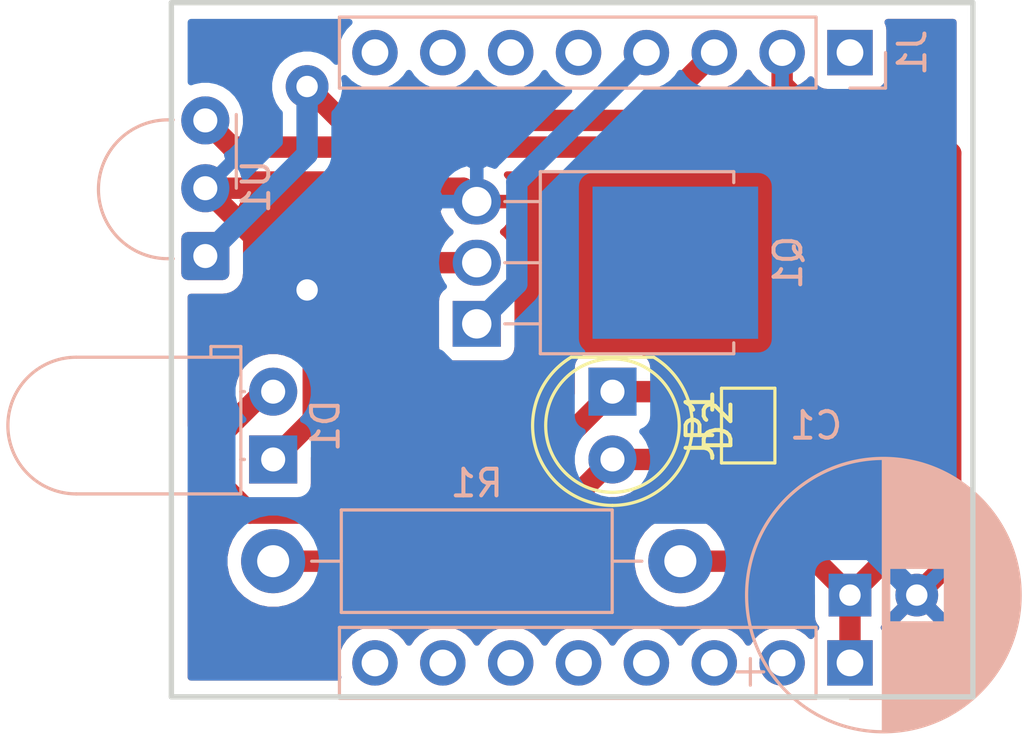
<source format=kicad_pcb>
(kicad_pcb (version 20171130) (host pcbnew "(5.1.7)-1")

  (general
    (thickness 1.6)
    (drawings 4)
    (tracks 49)
    (zones 0)
    (modules 9)
    (nets 20)
  )

  (page A4)
  (title_block
    (title "TH Version")
    (date 2020-11-10)
    (rev 1)
    (company smart-devices.cf)
  )

  (layers
    (0 F.Cu signal)
    (31 B.Cu signal)
    (32 B.Adhes user)
    (33 F.Adhes user)
    (34 B.Paste user)
    (35 F.Paste user)
    (36 B.SilkS user)
    (37 F.SilkS user)
    (38 B.Mask user)
    (39 F.Mask user)
    (40 Dwgs.User user)
    (41 Cmts.User user)
    (42 Eco1.User user)
    (43 Eco2.User user)
    (44 Edge.Cuts user)
    (45 Margin user)
    (46 B.CrtYd user hide)
    (47 F.CrtYd user hide)
    (48 B.Fab user hide)
    (49 F.Fab user hide)
  )

  (setup
    (last_trace_width 0.8)
    (trace_clearance 0.2)
    (zone_clearance 0.508)
    (zone_45_only no)
    (trace_min 0.2)
    (via_size 1.6)
    (via_drill 0.8)
    (via_min_size 0.4)
    (via_min_drill 0.3)
    (uvia_size 0.3)
    (uvia_drill 0.1)
    (uvias_allowed no)
    (uvia_min_size 0.2)
    (uvia_min_drill 0.1)
    (edge_width 0.05)
    (segment_width 0.2)
    (pcb_text_width 0.3)
    (pcb_text_size 1.5 1.5)
    (mod_edge_width 0.12)
    (mod_text_size 1 1)
    (mod_text_width 0.15)
    (pad_size 1.524 1.524)
    (pad_drill 0.762)
    (pad_to_mask_clearance 0)
    (aux_axis_origin 0 0)
    (visible_elements 7FFFFFFF)
    (pcbplotparams
      (layerselection 0x010f0_ffffffff)
      (usegerberextensions false)
      (usegerberattributes true)
      (usegerberadvancedattributes true)
      (creategerberjobfile true)
      (excludeedgelayer true)
      (linewidth 0.100000)
      (plotframeref false)
      (viasonmask false)
      (mode 1)
      (useauxorigin false)
      (hpglpennumber 1)
      (hpglpenspeed 20)
      (hpglpendiameter 15.000000)
      (psnegative false)
      (psa4output false)
      (plotreference true)
      (plotvalue true)
      (plotinvisibletext false)
      (padsonsilk false)
      (subtractmaskfromsilk false)
      (outputformat 1)
      (mirror false)
      (drillshape 0)
      (scaleselection 1)
      (outputdirectory "pcb3/"))
  )

  (net 0 "")
  (net 1 +3V3)
  (net 2 GND)
  (net 3 "Net-(D1-Pad1)")
  (net 4 "Net-(D1-Pad2)")
  (net 5 "Net-(J1-Pad1)")
  (net 6 "Net-(J1-Pad3)")
  (net 7 "Net-(J1-Pad4)")
  (net 8 "Net-(J1-Pad5)")
  (net 9 "Net-(J1-Pad6)")
  (net 10 "Net-(J1-Pad7)")
  (net 11 "Net-(J1-Pad8)")
  (net 12 "Net-(J2-Pad8)")
  (net 13 "Net-(J2-Pad7)")
  (net 14 "Net-(J2-Pad6)")
  (net 15 "Net-(J2-Pad5)")
  (net 16 "Net-(J2-Pad4)")
  (net 17 "Net-(J2-Pad3)")
  (net 18 "Net-(J2-Pad2)")
  (net 19 "Net-(D2-Pad2)")

  (net_class Default "This is the default net class."
    (clearance 0.2)
    (trace_width 0.8)
    (via_dia 1.6)
    (via_drill 0.8)
    (uvia_dia 0.3)
    (uvia_drill 0.1)
    (add_net +3V3)
    (add_net GND)
    (add_net "Net-(D1-Pad1)")
    (add_net "Net-(D1-Pad2)")
    (add_net "Net-(D2-Pad2)")
    (add_net "Net-(J1-Pad1)")
    (add_net "Net-(J1-Pad3)")
    (add_net "Net-(J1-Pad4)")
    (add_net "Net-(J1-Pad5)")
    (add_net "Net-(J1-Pad6)")
    (add_net "Net-(J1-Pad7)")
    (add_net "Net-(J1-Pad8)")
    (add_net "Net-(J2-Pad2)")
    (add_net "Net-(J2-Pad3)")
    (add_net "Net-(J2-Pad4)")
    (add_net "Net-(J2-Pad5)")
    (add_net "Net-(J2-Pad6)")
    (add_net "Net-(J2-Pad7)")
    (add_net "Net-(J2-Pad8)")
  )

  (module Package_TO_SOT_THT:TO-251-3-1EP_Horizontal_TabDown (layer B.Cu) (tedit 5ACC4916) (tstamp 5FAAE773)
    (at 134.62 104.14 90)
    (descr "TO-251-3, Horizontal, RM 2.29mm, IPAK, see https://www.diodes.com/assets/Package-Files/TO251.pdf")
    (tags "TO-251-3 Horizontal RM 2.29mm IPAK")
    (path /5FA71831)
    (fp_text reference Q1 (at 2.29 11.653333 90) (layer B.SilkS)
      (effects (font (size 1 1) (thickness 0.15)) (justify mirror))
    )
    (fp_text value IRLU024N (at 2.29 -1.9 90) (layer B.Fab)
      (effects (font (size 1 1) (thickness 0.15)) (justify mirror))
    )
    (fp_text user %R (at 2.29 11.653333 90) (layer B.Fab)
      (effects (font (size 1 1) (thickness 0.15)) (justify mirror))
    )
    (fp_line (start -0.38 8.6) (end -0.38 9.5) (layer B.Fab) (width 0.1))
    (fp_line (start -0.38 9.5) (end 4.96 9.5) (layer B.Fab) (width 0.1))
    (fp_line (start 4.96 9.5) (end 4.96 8.6) (layer B.Fab) (width 0.1))
    (fp_line (start 4.96 8.6) (end -0.38 8.6) (layer B.Fab) (width 0.1))
    (fp_line (start -1 2.5) (end -1 8.6) (layer B.Fab) (width 0.1))
    (fp_line (start -1 8.6) (end 5.58 8.6) (layer B.Fab) (width 0.1))
    (fp_line (start 5.58 8.6) (end 5.58 2.5) (layer B.Fab) (width 0.1))
    (fp_line (start 5.58 2.5) (end -1 2.5) (layer B.Fab) (width 0.1))
    (fp_line (start 0 2.5) (end 0 0) (layer B.Fab) (width 0.1))
    (fp_line (start 2.29 2.5) (end 2.29 0) (layer B.Fab) (width 0.1))
    (fp_line (start 4.58 2.5) (end 4.58 0) (layer B.Fab) (width 0.1))
    (fp_line (start -1.12 2.38) (end 5.7 2.38) (layer B.SilkS) (width 0.12))
    (fp_line (start -1.12 9.62) (end -0.711 9.62) (layer B.SilkS) (width 0.12))
    (fp_line (start 5.291 9.62) (end 5.7 9.62) (layer B.SilkS) (width 0.12))
    (fp_line (start -1.12 9.62) (end -1.12 2.38) (layer B.SilkS) (width 0.12))
    (fp_line (start 5.7 9.62) (end 5.7 2.38) (layer B.SilkS) (width 0.12))
    (fp_line (start 0 2.38) (end 0 1.05) (layer B.SilkS) (width 0.12))
    (fp_line (start 2.29 2.38) (end 2.29 1.05) (layer B.SilkS) (width 0.12))
    (fp_line (start 4.58 2.38) (end 4.58 1.05) (layer B.SilkS) (width 0.12))
    (fp_line (start -1.25 10.79) (end -1.25 -1.16) (layer B.CrtYd) (width 0.05))
    (fp_line (start -1.25 -1.16) (end 5.83 -1.16) (layer B.CrtYd) (width 0.05))
    (fp_line (start 5.83 -1.16) (end 5.83 10.79) (layer B.CrtYd) (width 0.05))
    (fp_line (start 5.83 10.79) (end -1.25 10.79) (layer B.CrtYd) (width 0.05))
    (pad 3 thru_hole oval (at 4.58 0 90) (size 1.7175 1.8) (drill 1.1) (layers *.Cu *.Mask)
      (net 2 GND))
    (pad 2 thru_hole oval (at 2.29 0 90) (size 1.7175 1.8) (drill 1.1) (layers *.Cu *.Mask)
      (net 3 "Net-(D1-Pad1)"))
    (pad 1 thru_hole rect (at 0 0 90) (size 1.7175 1.8) (drill 1.1) (layers *.Cu *.Mask)
      (net 7 "Net-(J1-Pad4)"))
    (pad 4 smd rect (at 2.29 7.433333 90) (size 5.7 6.2) (layers B.Cu B.Paste B.Mask))
    (model ${KISYS3DMOD}/Package_TO_SOT_THT.3dshapes/TO-251-3-1EP_Horizontal_TabDown.wrl
      (at (xyz 0 0 0))
      (scale (xyz 1 1 1))
      (rotate (xyz 0 0 0))
    )
  )

  (module Jumper:SolderJumper-2_P1.3mm_Open_Pad1.0x1.5mm (layer F.Cu) (tedit 5A3EABFC) (tstamp 5FAB593D)
    (at 144.78 107.95 90)
    (descr "SMD Solder Jumper, 1x1.5mm Pads, 0.3mm gap, open")
    (tags "solder jumper open")
    (path /5FAC6616)
    (attr virtual)
    (fp_text reference JP1 (at 0 -1.8 90) (layer F.SilkS)
      (effects (font (size 1 1) (thickness 0.15)))
    )
    (fp_text value SJ (at 0 1.9 90) (layer F.Fab)
      (effects (font (size 1 1) (thickness 0.15)))
    )
    (fp_line (start 1.65 1.25) (end -1.65 1.25) (layer F.CrtYd) (width 0.05))
    (fp_line (start 1.65 1.25) (end 1.65 -1.25) (layer F.CrtYd) (width 0.05))
    (fp_line (start -1.65 -1.25) (end -1.65 1.25) (layer F.CrtYd) (width 0.05))
    (fp_line (start -1.65 -1.25) (end 1.65 -1.25) (layer F.CrtYd) (width 0.05))
    (fp_line (start -1.4 -1) (end 1.4 -1) (layer F.SilkS) (width 0.12))
    (fp_line (start 1.4 -1) (end 1.4 1) (layer F.SilkS) (width 0.12))
    (fp_line (start 1.4 1) (end -1.4 1) (layer F.SilkS) (width 0.12))
    (fp_line (start -1.4 1) (end -1.4 -1) (layer F.SilkS) (width 0.12))
    (pad 1 smd rect (at -0.65 0 90) (size 1 1.5) (layers F.Cu F.Mask)
      (net 19 "Net-(D2-Pad2)"))
    (pad 2 smd rect (at 0.65 0 90) (size 1 1.5) (layers F.Cu F.Mask)
      (net 4 "Net-(D1-Pad2)"))
  )

  (module LED_THT:LED_D5.0mm_IRGrey (layer F.Cu) (tedit 5A6C9BB8) (tstamp 5FAB58C3)
    (at 139.7 106.68 270)
    (descr "LED, diameter 5.0mm, 2 pins, http://cdn-reichelt.de/documents/datenblatt/A500/LL-504BC2E-009.pdf")
    (tags "LED diameter 5.0mm 2 pins")
    (path /5FAC439D)
    (fp_text reference D2 (at 1.27 -3.96 90) (layer F.SilkS)
      (effects (font (size 1 1) (thickness 0.15)))
    )
    (fp_text value "TRU 1577326" (at 1.27 3.96 90) (layer F.Fab)
      (effects (font (size 1 1) (thickness 0.15)))
    )
    (fp_circle (center 1.27 0) (end 3.77 0) (layer F.SilkS) (width 0.12))
    (fp_circle (center 1.27 0) (end 3.77 0) (layer F.Fab) (width 0.1))
    (fp_line (start 4.5 -3.25) (end -1.95 -3.25) (layer F.CrtYd) (width 0.05))
    (fp_line (start 4.5 3.25) (end 4.5 -3.25) (layer F.CrtYd) (width 0.05))
    (fp_line (start -1.95 3.25) (end 4.5 3.25) (layer F.CrtYd) (width 0.05))
    (fp_line (start -1.95 -3.25) (end -1.95 3.25) (layer F.CrtYd) (width 0.05))
    (fp_line (start -1.29 -1.545) (end -1.29 1.545) (layer F.SilkS) (width 0.12))
    (fp_line (start -1.23 -1.469694) (end -1.23 1.469694) (layer F.Fab) (width 0.1))
    (fp_arc (start 1.27 0) (end -1.29 1.54483) (angle -148.9) (layer F.SilkS) (width 0.12))
    (fp_arc (start 1.27 0) (end -1.29 -1.54483) (angle 148.9) (layer F.SilkS) (width 0.12))
    (fp_arc (start 1.27 0) (end -1.23 -1.469694) (angle 299.1) (layer F.Fab) (width 0.1))
    (fp_text user %R (at 1.25 0 90) (layer F.Fab)
      (effects (font (size 0.8 0.8) (thickness 0.2)))
    )
    (pad 2 thru_hole circle (at 2.54 0 270) (size 1.8 1.8) (drill 0.9) (layers *.Cu *.Mask)
      (net 19 "Net-(D2-Pad2)"))
    (pad 1 thru_hole rect (at 0 0 270) (size 1.8 1.8) (drill 0.9) (layers *.Cu *.Mask)
      (net 4 "Net-(D1-Pad2)"))
    (model ${KISYS3DMOD}/LED_THT.3dshapes/LED_D5.0mm_IRGrey.wrl
      (at (xyz 0 0 0))
      (scale (xyz 1 1 1))
      (rotate (xyz 0 0 0))
    )
  )

  (module LED_THT:LED_D5.0mm_Horizontal_O1.27mm_Z3.0mm_IRGrey (layer B.Cu) (tedit 5A6C9E1E) (tstamp 5FAAE722)
    (at 127 109.22 90)
    (descr "LED, diameter 5.0mm z-position of LED center 3.0mm, 2 pins")
    (tags "LED diameter 5.0mm z-position of LED center 3.0mm 2 pins")
    (path /5F9C3280)
    (fp_text reference D1 (at 1.27 1.96 90) (layer B.SilkS)
      (effects (font (size 1 1) (thickness 0.15)) (justify mirror))
    )
    (fp_text value "TRU 1577326" (at 1.27 -10.93 90) (layer B.Fab)
      (effects (font (size 1 1) (thickness 0.15)) (justify mirror))
    )
    (fp_line (start 4.5 1.25) (end -1.95 1.25) (layer B.CrtYd) (width 0.05))
    (fp_line (start 4.5 -10.2) (end 4.5 1.25) (layer B.CrtYd) (width 0.05))
    (fp_line (start -1.95 -10.2) (end 4.5 -10.2) (layer B.CrtYd) (width 0.05))
    (fp_line (start -1.95 1.25) (end -1.95 -10.2) (layer B.CrtYd) (width 0.05))
    (fp_line (start 2.54 -1.08) (end 2.54 -1.08) (layer B.SilkS) (width 0.12))
    (fp_line (start 2.54 -1.21) (end 2.54 -1.08) (layer B.SilkS) (width 0.12))
    (fp_line (start 2.54 -1.21) (end 2.54 -1.21) (layer B.SilkS) (width 0.12))
    (fp_line (start 2.54 -1.08) (end 2.54 -1.21) (layer B.SilkS) (width 0.12))
    (fp_line (start 0 -1.08) (end 0 -1.08) (layer B.SilkS) (width 0.12))
    (fp_line (start 0 -1.21) (end 0 -1.08) (layer B.SilkS) (width 0.12))
    (fp_line (start 0 -1.21) (end 0 -1.21) (layer B.SilkS) (width 0.12))
    (fp_line (start 0 -1.08) (end 0 -1.21) (layer B.SilkS) (width 0.12))
    (fp_line (start 3.83 -1.21) (end 4.23 -1.21) (layer B.SilkS) (width 0.12))
    (fp_line (start 3.83 -2.33) (end 3.83 -1.21) (layer B.SilkS) (width 0.12))
    (fp_line (start 4.23 -2.33) (end 3.83 -2.33) (layer B.SilkS) (width 0.12))
    (fp_line (start 4.23 -1.21) (end 4.23 -2.33) (layer B.SilkS) (width 0.12))
    (fp_line (start -1.29 -1.21) (end 3.83 -1.21) (layer B.SilkS) (width 0.12))
    (fp_line (start 3.83 -1.21) (end 3.83 -7.37) (layer B.SilkS) (width 0.12))
    (fp_line (start -1.29 -1.21) (end -1.29 -7.37) (layer B.SilkS) (width 0.12))
    (fp_line (start 2.54 0) (end 2.54 0) (layer B.Fab) (width 0.1))
    (fp_line (start 2.54 -1.27) (end 2.54 0) (layer B.Fab) (width 0.1))
    (fp_line (start 2.54 -1.27) (end 2.54 -1.27) (layer B.Fab) (width 0.1))
    (fp_line (start 2.54 0) (end 2.54 -1.27) (layer B.Fab) (width 0.1))
    (fp_line (start 0 0) (end 0 0) (layer B.Fab) (width 0.1))
    (fp_line (start 0 -1.27) (end 0 0) (layer B.Fab) (width 0.1))
    (fp_line (start 0 -1.27) (end 0 -1.27) (layer B.Fab) (width 0.1))
    (fp_line (start 0 0) (end 0 -1.27) (layer B.Fab) (width 0.1))
    (fp_line (start 3.77 -1.27) (end 4.17 -1.27) (layer B.Fab) (width 0.1))
    (fp_line (start 3.77 -2.27) (end 3.77 -1.27) (layer B.Fab) (width 0.1))
    (fp_line (start 4.17 -2.27) (end 3.77 -2.27) (layer B.Fab) (width 0.1))
    (fp_line (start 4.17 -1.27) (end 4.17 -2.27) (layer B.Fab) (width 0.1))
    (fp_line (start -1.23 -1.27) (end 3.77 -1.27) (layer B.Fab) (width 0.1))
    (fp_line (start 3.77 -1.27) (end 3.77 -7.37) (layer B.Fab) (width 0.1))
    (fp_line (start -1.23 -1.27) (end -1.23 -7.37) (layer B.Fab) (width 0.1))
    (fp_arc (start 1.27 -7.37) (end -1.29 -7.37) (angle 180) (layer B.SilkS) (width 0.12))
    (fp_arc (start 1.27 -7.37) (end -1.23 -7.37) (angle 180) (layer B.Fab) (width 0.1))
    (fp_text user %R (at 1.27 0 90) (layer B.Fab)
      (effects (font (size 1 1) (thickness 0.15)) (justify mirror))
    )
    (pad 2 thru_hole circle (at 2.54 0 90) (size 1.8 1.8) (drill 0.9) (layers *.Cu *.Mask)
      (net 4 "Net-(D1-Pad2)"))
    (pad 1 thru_hole rect (at 0 0 90) (size 1.8 1.8) (drill 0.9) (layers *.Cu *.Mask)
      (net 3 "Net-(D1-Pad1)"))
    (model ${KISYS3DMOD}/LED_THT.3dshapes/LED_D5.0mm_Horizontal_O1.27mm_Z3.0mm_IRGrey.wrl
      (at (xyz 0 0 0))
      (scale (xyz 1 1 1))
      (rotate (xyz 0 0 0))
    )
  )

  (module Capacitor_THT:CP_Radial_D10.0mm_P2.50mm (layer B.Cu) (tedit 5AE50EF1) (tstamp 5FAAE710)
    (at 148.59 114.3)
    (descr "CP, Radial series, Radial, pin pitch=2.50mm, , diameter=10mm, Electrolytic Capacitor")
    (tags "CP Radial series Radial pin pitch 2.50mm  diameter 10mm Electrolytic Capacitor")
    (path /5F9D204B)
    (fp_text reference C1 (at -1.27 -6.35) (layer B.SilkS)
      (effects (font (size 1 1) (thickness 0.15)) (justify mirror))
    )
    (fp_text value 2000µF (at 1.25 -6.25) (layer B.Fab)
      (effects (font (size 1 1) (thickness 0.15)) (justify mirror))
    )
    (fp_line (start -3.729646 3.375) (end -3.729646 2.375) (layer B.SilkS) (width 0.12))
    (fp_line (start -4.229646 2.875) (end -3.229646 2.875) (layer B.SilkS) (width 0.12))
    (fp_line (start 6.331 0.599) (end 6.331 -0.599) (layer B.SilkS) (width 0.12))
    (fp_line (start 6.291 0.862) (end 6.291 -0.862) (layer B.SilkS) (width 0.12))
    (fp_line (start 6.251 1.062) (end 6.251 -1.062) (layer B.SilkS) (width 0.12))
    (fp_line (start 6.211 1.23) (end 6.211 -1.23) (layer B.SilkS) (width 0.12))
    (fp_line (start 6.171 1.378) (end 6.171 -1.378) (layer B.SilkS) (width 0.12))
    (fp_line (start 6.131 1.51) (end 6.131 -1.51) (layer B.SilkS) (width 0.12))
    (fp_line (start 6.091 1.63) (end 6.091 -1.63) (layer B.SilkS) (width 0.12))
    (fp_line (start 6.051 1.742) (end 6.051 -1.742) (layer B.SilkS) (width 0.12))
    (fp_line (start 6.011 1.846) (end 6.011 -1.846) (layer B.SilkS) (width 0.12))
    (fp_line (start 5.971 1.944) (end 5.971 -1.944) (layer B.SilkS) (width 0.12))
    (fp_line (start 5.931 2.037) (end 5.931 -2.037) (layer B.SilkS) (width 0.12))
    (fp_line (start 5.891 2.125) (end 5.891 -2.125) (layer B.SilkS) (width 0.12))
    (fp_line (start 5.851 2.209) (end 5.851 -2.209) (layer B.SilkS) (width 0.12))
    (fp_line (start 5.811 2.289) (end 5.811 -2.289) (layer B.SilkS) (width 0.12))
    (fp_line (start 5.771 2.365) (end 5.771 -2.365) (layer B.SilkS) (width 0.12))
    (fp_line (start 5.731 2.439) (end 5.731 -2.439) (layer B.SilkS) (width 0.12))
    (fp_line (start 5.691 2.51) (end 5.691 -2.51) (layer B.SilkS) (width 0.12))
    (fp_line (start 5.651 2.579) (end 5.651 -2.579) (layer B.SilkS) (width 0.12))
    (fp_line (start 5.611 2.645) (end 5.611 -2.645) (layer B.SilkS) (width 0.12))
    (fp_line (start 5.571 2.709) (end 5.571 -2.709) (layer B.SilkS) (width 0.12))
    (fp_line (start 5.531 2.77) (end 5.531 -2.77) (layer B.SilkS) (width 0.12))
    (fp_line (start 5.491 2.83) (end 5.491 -2.83) (layer B.SilkS) (width 0.12))
    (fp_line (start 5.451 2.889) (end 5.451 -2.889) (layer B.SilkS) (width 0.12))
    (fp_line (start 5.411 2.945) (end 5.411 -2.945) (layer B.SilkS) (width 0.12))
    (fp_line (start 5.371 3) (end 5.371 -3) (layer B.SilkS) (width 0.12))
    (fp_line (start 5.331 3.054) (end 5.331 -3.054) (layer B.SilkS) (width 0.12))
    (fp_line (start 5.291 3.106) (end 5.291 -3.106) (layer B.SilkS) (width 0.12))
    (fp_line (start 5.251 3.156) (end 5.251 -3.156) (layer B.SilkS) (width 0.12))
    (fp_line (start 5.211 3.206) (end 5.211 -3.206) (layer B.SilkS) (width 0.12))
    (fp_line (start 5.171 3.254) (end 5.171 -3.254) (layer B.SilkS) (width 0.12))
    (fp_line (start 5.131 3.301) (end 5.131 -3.301) (layer B.SilkS) (width 0.12))
    (fp_line (start 5.091 3.347) (end 5.091 -3.347) (layer B.SilkS) (width 0.12))
    (fp_line (start 5.051 3.392) (end 5.051 -3.392) (layer B.SilkS) (width 0.12))
    (fp_line (start 5.011 3.436) (end 5.011 -3.436) (layer B.SilkS) (width 0.12))
    (fp_line (start 4.971 3.478) (end 4.971 -3.478) (layer B.SilkS) (width 0.12))
    (fp_line (start 4.931 3.52) (end 4.931 -3.52) (layer B.SilkS) (width 0.12))
    (fp_line (start 4.891 3.561) (end 4.891 -3.561) (layer B.SilkS) (width 0.12))
    (fp_line (start 4.851 3.601) (end 4.851 -3.601) (layer B.SilkS) (width 0.12))
    (fp_line (start 4.811 3.64) (end 4.811 -3.64) (layer B.SilkS) (width 0.12))
    (fp_line (start 4.771 3.679) (end 4.771 -3.679) (layer B.SilkS) (width 0.12))
    (fp_line (start 4.731 3.716) (end 4.731 -3.716) (layer B.SilkS) (width 0.12))
    (fp_line (start 4.691 3.753) (end 4.691 -3.753) (layer B.SilkS) (width 0.12))
    (fp_line (start 4.651 3.789) (end 4.651 -3.789) (layer B.SilkS) (width 0.12))
    (fp_line (start 4.611 3.824) (end 4.611 -3.824) (layer B.SilkS) (width 0.12))
    (fp_line (start 4.571 3.858) (end 4.571 -3.858) (layer B.SilkS) (width 0.12))
    (fp_line (start 4.531 3.892) (end 4.531 -3.892) (layer B.SilkS) (width 0.12))
    (fp_line (start 4.491 3.925) (end 4.491 -3.925) (layer B.SilkS) (width 0.12))
    (fp_line (start 4.451 3.957) (end 4.451 -3.957) (layer B.SilkS) (width 0.12))
    (fp_line (start 4.411 3.989) (end 4.411 -3.989) (layer B.SilkS) (width 0.12))
    (fp_line (start 4.371 4.02) (end 4.371 -4.02) (layer B.SilkS) (width 0.12))
    (fp_line (start 4.331 4.05) (end 4.331 -4.05) (layer B.SilkS) (width 0.12))
    (fp_line (start 4.291 4.08) (end 4.291 -4.08) (layer B.SilkS) (width 0.12))
    (fp_line (start 4.251 4.11) (end 4.251 -4.11) (layer B.SilkS) (width 0.12))
    (fp_line (start 4.211 4.138) (end 4.211 -4.138) (layer B.SilkS) (width 0.12))
    (fp_line (start 4.171 4.166) (end 4.171 -4.166) (layer B.SilkS) (width 0.12))
    (fp_line (start 4.131 4.194) (end 4.131 -4.194) (layer B.SilkS) (width 0.12))
    (fp_line (start 4.091 4.221) (end 4.091 -4.221) (layer B.SilkS) (width 0.12))
    (fp_line (start 4.051 4.247) (end 4.051 -4.247) (layer B.SilkS) (width 0.12))
    (fp_line (start 4.011 4.273) (end 4.011 -4.273) (layer B.SilkS) (width 0.12))
    (fp_line (start 3.971 4.298) (end 3.971 -4.298) (layer B.SilkS) (width 0.12))
    (fp_line (start 3.931 4.323) (end 3.931 -4.323) (layer B.SilkS) (width 0.12))
    (fp_line (start 3.891 4.347) (end 3.891 -4.347) (layer B.SilkS) (width 0.12))
    (fp_line (start 3.851 4.371) (end 3.851 -4.371) (layer B.SilkS) (width 0.12))
    (fp_line (start 3.811 4.395) (end 3.811 -4.395) (layer B.SilkS) (width 0.12))
    (fp_line (start 3.771 4.417) (end 3.771 -4.417) (layer B.SilkS) (width 0.12))
    (fp_line (start 3.731 4.44) (end 3.731 -4.44) (layer B.SilkS) (width 0.12))
    (fp_line (start 3.691 4.462) (end 3.691 -4.462) (layer B.SilkS) (width 0.12))
    (fp_line (start 3.651 4.483) (end 3.651 -4.483) (layer B.SilkS) (width 0.12))
    (fp_line (start 3.611 4.504) (end 3.611 -4.504) (layer B.SilkS) (width 0.12))
    (fp_line (start 3.571 4.525) (end 3.571 -4.525) (layer B.SilkS) (width 0.12))
    (fp_line (start 3.531 -1.04) (end 3.531 -4.545) (layer B.SilkS) (width 0.12))
    (fp_line (start 3.531 4.545) (end 3.531 1.04) (layer B.SilkS) (width 0.12))
    (fp_line (start 3.491 -1.04) (end 3.491 -4.564) (layer B.SilkS) (width 0.12))
    (fp_line (start 3.491 4.564) (end 3.491 1.04) (layer B.SilkS) (width 0.12))
    (fp_line (start 3.451 -1.04) (end 3.451 -4.584) (layer B.SilkS) (width 0.12))
    (fp_line (start 3.451 4.584) (end 3.451 1.04) (layer B.SilkS) (width 0.12))
    (fp_line (start 3.411 -1.04) (end 3.411 -4.603) (layer B.SilkS) (width 0.12))
    (fp_line (start 3.411 4.603) (end 3.411 1.04) (layer B.SilkS) (width 0.12))
    (fp_line (start 3.371 -1.04) (end 3.371 -4.621) (layer B.SilkS) (width 0.12))
    (fp_line (start 3.371 4.621) (end 3.371 1.04) (layer B.SilkS) (width 0.12))
    (fp_line (start 3.331 -1.04) (end 3.331 -4.639) (layer B.SilkS) (width 0.12))
    (fp_line (start 3.331 4.639) (end 3.331 1.04) (layer B.SilkS) (width 0.12))
    (fp_line (start 3.291 -1.04) (end 3.291 -4.657) (layer B.SilkS) (width 0.12))
    (fp_line (start 3.291 4.657) (end 3.291 1.04) (layer B.SilkS) (width 0.12))
    (fp_line (start 3.251 -1.04) (end 3.251 -4.674) (layer B.SilkS) (width 0.12))
    (fp_line (start 3.251 4.674) (end 3.251 1.04) (layer B.SilkS) (width 0.12))
    (fp_line (start 3.211 -1.04) (end 3.211 -4.69) (layer B.SilkS) (width 0.12))
    (fp_line (start 3.211 4.69) (end 3.211 1.04) (layer B.SilkS) (width 0.12))
    (fp_line (start 3.171 -1.04) (end 3.171 -4.707) (layer B.SilkS) (width 0.12))
    (fp_line (start 3.171 4.707) (end 3.171 1.04) (layer B.SilkS) (width 0.12))
    (fp_line (start 3.131 -1.04) (end 3.131 -4.723) (layer B.SilkS) (width 0.12))
    (fp_line (start 3.131 4.723) (end 3.131 1.04) (layer B.SilkS) (width 0.12))
    (fp_line (start 3.091 -1.04) (end 3.091 -4.738) (layer B.SilkS) (width 0.12))
    (fp_line (start 3.091 4.738) (end 3.091 1.04) (layer B.SilkS) (width 0.12))
    (fp_line (start 3.051 -1.04) (end 3.051 -4.754) (layer B.SilkS) (width 0.12))
    (fp_line (start 3.051 4.754) (end 3.051 1.04) (layer B.SilkS) (width 0.12))
    (fp_line (start 3.011 -1.04) (end 3.011 -4.768) (layer B.SilkS) (width 0.12))
    (fp_line (start 3.011 4.768) (end 3.011 1.04) (layer B.SilkS) (width 0.12))
    (fp_line (start 2.971 -1.04) (end 2.971 -4.783) (layer B.SilkS) (width 0.12))
    (fp_line (start 2.971 4.783) (end 2.971 1.04) (layer B.SilkS) (width 0.12))
    (fp_line (start 2.931 -1.04) (end 2.931 -4.797) (layer B.SilkS) (width 0.12))
    (fp_line (start 2.931 4.797) (end 2.931 1.04) (layer B.SilkS) (width 0.12))
    (fp_line (start 2.891 -1.04) (end 2.891 -4.811) (layer B.SilkS) (width 0.12))
    (fp_line (start 2.891 4.811) (end 2.891 1.04) (layer B.SilkS) (width 0.12))
    (fp_line (start 2.851 -1.04) (end 2.851 -4.824) (layer B.SilkS) (width 0.12))
    (fp_line (start 2.851 4.824) (end 2.851 1.04) (layer B.SilkS) (width 0.12))
    (fp_line (start 2.811 -1.04) (end 2.811 -4.837) (layer B.SilkS) (width 0.12))
    (fp_line (start 2.811 4.837) (end 2.811 1.04) (layer B.SilkS) (width 0.12))
    (fp_line (start 2.771 -1.04) (end 2.771 -4.85) (layer B.SilkS) (width 0.12))
    (fp_line (start 2.771 4.85) (end 2.771 1.04) (layer B.SilkS) (width 0.12))
    (fp_line (start 2.731 -1.04) (end 2.731 -4.862) (layer B.SilkS) (width 0.12))
    (fp_line (start 2.731 4.862) (end 2.731 1.04) (layer B.SilkS) (width 0.12))
    (fp_line (start 2.691 -1.04) (end 2.691 -4.874) (layer B.SilkS) (width 0.12))
    (fp_line (start 2.691 4.874) (end 2.691 1.04) (layer B.SilkS) (width 0.12))
    (fp_line (start 2.651 -1.04) (end 2.651 -4.885) (layer B.SilkS) (width 0.12))
    (fp_line (start 2.651 4.885) (end 2.651 1.04) (layer B.SilkS) (width 0.12))
    (fp_line (start 2.611 -1.04) (end 2.611 -4.897) (layer B.SilkS) (width 0.12))
    (fp_line (start 2.611 4.897) (end 2.611 1.04) (layer B.SilkS) (width 0.12))
    (fp_line (start 2.571 -1.04) (end 2.571 -4.907) (layer B.SilkS) (width 0.12))
    (fp_line (start 2.571 4.907) (end 2.571 1.04) (layer B.SilkS) (width 0.12))
    (fp_line (start 2.531 -1.04) (end 2.531 -4.918) (layer B.SilkS) (width 0.12))
    (fp_line (start 2.531 4.918) (end 2.531 1.04) (layer B.SilkS) (width 0.12))
    (fp_line (start 2.491 -1.04) (end 2.491 -4.928) (layer B.SilkS) (width 0.12))
    (fp_line (start 2.491 4.928) (end 2.491 1.04) (layer B.SilkS) (width 0.12))
    (fp_line (start 2.451 -1.04) (end 2.451 -4.938) (layer B.SilkS) (width 0.12))
    (fp_line (start 2.451 4.938) (end 2.451 1.04) (layer B.SilkS) (width 0.12))
    (fp_line (start 2.411 -1.04) (end 2.411 -4.947) (layer B.SilkS) (width 0.12))
    (fp_line (start 2.411 4.947) (end 2.411 1.04) (layer B.SilkS) (width 0.12))
    (fp_line (start 2.371 -1.04) (end 2.371 -4.956) (layer B.SilkS) (width 0.12))
    (fp_line (start 2.371 4.956) (end 2.371 1.04) (layer B.SilkS) (width 0.12))
    (fp_line (start 2.331 -1.04) (end 2.331 -4.965) (layer B.SilkS) (width 0.12))
    (fp_line (start 2.331 4.965) (end 2.331 1.04) (layer B.SilkS) (width 0.12))
    (fp_line (start 2.291 -1.04) (end 2.291 -4.974) (layer B.SilkS) (width 0.12))
    (fp_line (start 2.291 4.974) (end 2.291 1.04) (layer B.SilkS) (width 0.12))
    (fp_line (start 2.251 -1.04) (end 2.251 -4.982) (layer B.SilkS) (width 0.12))
    (fp_line (start 2.251 4.982) (end 2.251 1.04) (layer B.SilkS) (width 0.12))
    (fp_line (start 2.211 -1.04) (end 2.211 -4.99) (layer B.SilkS) (width 0.12))
    (fp_line (start 2.211 4.99) (end 2.211 1.04) (layer B.SilkS) (width 0.12))
    (fp_line (start 2.171 -1.04) (end 2.171 -4.997) (layer B.SilkS) (width 0.12))
    (fp_line (start 2.171 4.997) (end 2.171 1.04) (layer B.SilkS) (width 0.12))
    (fp_line (start 2.131 -1.04) (end 2.131 -5.004) (layer B.SilkS) (width 0.12))
    (fp_line (start 2.131 5.004) (end 2.131 1.04) (layer B.SilkS) (width 0.12))
    (fp_line (start 2.091 -1.04) (end 2.091 -5.011) (layer B.SilkS) (width 0.12))
    (fp_line (start 2.091 5.011) (end 2.091 1.04) (layer B.SilkS) (width 0.12))
    (fp_line (start 2.051 -1.04) (end 2.051 -5.018) (layer B.SilkS) (width 0.12))
    (fp_line (start 2.051 5.018) (end 2.051 1.04) (layer B.SilkS) (width 0.12))
    (fp_line (start 2.011 -1.04) (end 2.011 -5.024) (layer B.SilkS) (width 0.12))
    (fp_line (start 2.011 5.024) (end 2.011 1.04) (layer B.SilkS) (width 0.12))
    (fp_line (start 1.971 -1.04) (end 1.971 -5.03) (layer B.SilkS) (width 0.12))
    (fp_line (start 1.971 5.03) (end 1.971 1.04) (layer B.SilkS) (width 0.12))
    (fp_line (start 1.93 -1.04) (end 1.93 -5.035) (layer B.SilkS) (width 0.12))
    (fp_line (start 1.93 5.035) (end 1.93 1.04) (layer B.SilkS) (width 0.12))
    (fp_line (start 1.89 -1.04) (end 1.89 -5.04) (layer B.SilkS) (width 0.12))
    (fp_line (start 1.89 5.04) (end 1.89 1.04) (layer B.SilkS) (width 0.12))
    (fp_line (start 1.85 -1.04) (end 1.85 -5.045) (layer B.SilkS) (width 0.12))
    (fp_line (start 1.85 5.045) (end 1.85 1.04) (layer B.SilkS) (width 0.12))
    (fp_line (start 1.81 -1.04) (end 1.81 -5.05) (layer B.SilkS) (width 0.12))
    (fp_line (start 1.81 5.05) (end 1.81 1.04) (layer B.SilkS) (width 0.12))
    (fp_line (start 1.77 -1.04) (end 1.77 -5.054) (layer B.SilkS) (width 0.12))
    (fp_line (start 1.77 5.054) (end 1.77 1.04) (layer B.SilkS) (width 0.12))
    (fp_line (start 1.73 -1.04) (end 1.73 -5.058) (layer B.SilkS) (width 0.12))
    (fp_line (start 1.73 5.058) (end 1.73 1.04) (layer B.SilkS) (width 0.12))
    (fp_line (start 1.69 -1.04) (end 1.69 -5.062) (layer B.SilkS) (width 0.12))
    (fp_line (start 1.69 5.062) (end 1.69 1.04) (layer B.SilkS) (width 0.12))
    (fp_line (start 1.65 -1.04) (end 1.65 -5.065) (layer B.SilkS) (width 0.12))
    (fp_line (start 1.65 5.065) (end 1.65 1.04) (layer B.SilkS) (width 0.12))
    (fp_line (start 1.61 -1.04) (end 1.61 -5.068) (layer B.SilkS) (width 0.12))
    (fp_line (start 1.61 5.068) (end 1.61 1.04) (layer B.SilkS) (width 0.12))
    (fp_line (start 1.57 -1.04) (end 1.57 -5.07) (layer B.SilkS) (width 0.12))
    (fp_line (start 1.57 5.07) (end 1.57 1.04) (layer B.SilkS) (width 0.12))
    (fp_line (start 1.53 -1.04) (end 1.53 -5.073) (layer B.SilkS) (width 0.12))
    (fp_line (start 1.53 5.073) (end 1.53 1.04) (layer B.SilkS) (width 0.12))
    (fp_line (start 1.49 -1.04) (end 1.49 -5.075) (layer B.SilkS) (width 0.12))
    (fp_line (start 1.49 5.075) (end 1.49 1.04) (layer B.SilkS) (width 0.12))
    (fp_line (start 1.45 5.077) (end 1.45 -5.077) (layer B.SilkS) (width 0.12))
    (fp_line (start 1.41 5.078) (end 1.41 -5.078) (layer B.SilkS) (width 0.12))
    (fp_line (start 1.37 5.079) (end 1.37 -5.079) (layer B.SilkS) (width 0.12))
    (fp_line (start 1.33 5.08) (end 1.33 -5.08) (layer B.SilkS) (width 0.12))
    (fp_line (start 1.29 5.08) (end 1.29 -5.08) (layer B.SilkS) (width 0.12))
    (fp_line (start 1.25 5.08) (end 1.25 -5.08) (layer B.SilkS) (width 0.12))
    (fp_line (start -2.538861 2.6875) (end -2.538861 1.6875) (layer B.Fab) (width 0.1))
    (fp_line (start -3.038861 2.1875) (end -2.038861 2.1875) (layer B.Fab) (width 0.1))
    (fp_circle (center 1.25 0) (end 6.5 0) (layer B.CrtYd) (width 0.05))
    (fp_circle (center 1.25 0) (end 6.37 0) (layer B.SilkS) (width 0.12))
    (fp_circle (center 1.25 0) (end 6.25 0) (layer B.Fab) (width 0.1))
    (fp_text user %R (at 1.25 0) (layer B.Fab)
      (effects (font (size 1 1) (thickness 0.15)) (justify mirror))
    )
    (pad 1 thru_hole rect (at 0 0) (size 1.6 1.6) (drill 0.8) (layers *.Cu *.Mask)
      (net 1 +3V3))
    (pad 2 thru_hole circle (at 2.5 0) (size 1.6 1.6) (drill 0.8) (layers *.Cu *.Mask)
      (net 2 GND))
    (model ${KISYS3DMOD}/Capacitor_THT.3dshapes/CP_Radial_D10.0mm_P2.50mm.wrl
      (at (xyz 0 0 0))
      (scale (xyz 1 1 1))
      (rotate (xyz 0 0 0))
    )
  )

  (module Connector_PinHeader_2.54mm:PinHeader_1x08_P2.54mm_Vertical (layer B.Cu) (tedit 59FED5CC) (tstamp 5FAAE73E)
    (at 148.59 93.98 90)
    (descr "Through hole straight pin header, 1x08, 2.54mm pitch, single row")
    (tags "Through hole pin header THT 1x08 2.54mm single row")
    (path /5F9C5E95)
    (fp_text reference J1 (at 0 2.33 90) (layer B.SilkS)
      (effects (font (size 1 1) (thickness 0.15)) (justify mirror))
    )
    (fp_text value "Wemos Left (5V)" (at 0 -20.11 90) (layer B.Fab)
      (effects (font (size 1 1) (thickness 0.15)) (justify mirror))
    )
    (fp_line (start 1.8 1.8) (end -1.8 1.8) (layer B.CrtYd) (width 0.05))
    (fp_line (start 1.8 -19.55) (end 1.8 1.8) (layer B.CrtYd) (width 0.05))
    (fp_line (start -1.8 -19.55) (end 1.8 -19.55) (layer B.CrtYd) (width 0.05))
    (fp_line (start -1.8 1.8) (end -1.8 -19.55) (layer B.CrtYd) (width 0.05))
    (fp_line (start -1.33 1.33) (end 0 1.33) (layer B.SilkS) (width 0.12))
    (fp_line (start -1.33 0) (end -1.33 1.33) (layer B.SilkS) (width 0.12))
    (fp_line (start -1.33 -1.27) (end 1.33 -1.27) (layer B.SilkS) (width 0.12))
    (fp_line (start 1.33 -1.27) (end 1.33 -19.11) (layer B.SilkS) (width 0.12))
    (fp_line (start -1.33 -1.27) (end -1.33 -19.11) (layer B.SilkS) (width 0.12))
    (fp_line (start -1.33 -19.11) (end 1.33 -19.11) (layer B.SilkS) (width 0.12))
    (fp_line (start -1.27 0.635) (end -0.635 1.27) (layer B.Fab) (width 0.1))
    (fp_line (start -1.27 -19.05) (end -1.27 0.635) (layer B.Fab) (width 0.1))
    (fp_line (start 1.27 -19.05) (end -1.27 -19.05) (layer B.Fab) (width 0.1))
    (fp_line (start 1.27 1.27) (end 1.27 -19.05) (layer B.Fab) (width 0.1))
    (fp_line (start -0.635 1.27) (end 1.27 1.27) (layer B.Fab) (width 0.1))
    (fp_text user %R (at 0 -8.89 180) (layer B.Fab)
      (effects (font (size 1 1) (thickness 0.15)) (justify mirror))
    )
    (pad 1 thru_hole rect (at 0 0 90) (size 1.7 1.7) (drill 1) (layers *.Cu *.Mask)
      (net 5 "Net-(J1-Pad1)"))
    (pad 2 thru_hole oval (at 0 -2.54 90) (size 1.7 1.7) (drill 1) (layers *.Cu *.Mask)
      (net 2 GND))
    (pad 3 thru_hole oval (at 0 -5.08 90) (size 1.7 1.7) (drill 1) (layers *.Cu *.Mask)
      (net 6 "Net-(J1-Pad3)"))
    (pad 4 thru_hole oval (at 0 -7.62 90) (size 1.7 1.7) (drill 1) (layers *.Cu *.Mask)
      (net 7 "Net-(J1-Pad4)"))
    (pad 5 thru_hole oval (at 0 -10.16 90) (size 1.7 1.7) (drill 1) (layers *.Cu *.Mask)
      (net 8 "Net-(J1-Pad5)"))
    (pad 6 thru_hole oval (at 0 -12.7 90) (size 1.7 1.7) (drill 1) (layers *.Cu *.Mask)
      (net 9 "Net-(J1-Pad6)"))
    (pad 7 thru_hole oval (at 0 -15.24 90) (size 1.7 1.7) (drill 1) (layers *.Cu *.Mask)
      (net 10 "Net-(J1-Pad7)"))
    (pad 8 thru_hole oval (at 0 -17.78 90) (size 1.7 1.7) (drill 1) (layers *.Cu *.Mask)
      (net 11 "Net-(J1-Pad8)"))
    (model ${KISYS3DMOD}/Connector_PinHeader_2.54mm.3dshapes/PinHeader_1x08_P2.54mm_Vertical.wrl
      (at (xyz 0 0 0))
      (scale (xyz 1 1 1))
      (rotate (xyz 0 0 0))
    )
  )

  (module Connector_PinHeader_2.54mm:PinHeader_1x08_P2.54mm_Vertical (layer B.Cu) (tedit 59FED5CC) (tstamp 5FAAE75A)
    (at 148.59 116.84 90)
    (descr "Through hole straight pin header, 1x08, 2.54mm pitch, single row")
    (tags "Through hole pin header THT 1x08 2.54mm single row")
    (path /5F9C8CB1)
    (fp_text reference J2 (at 0 2.33 90) (layer B.SilkS)
      (effects (font (size 1 1) (thickness 0.15)) (justify mirror))
    )
    (fp_text value "Wemos Right (3.3V)" (at 0 -20.11 90) (layer B.Fab)
      (effects (font (size 1 1) (thickness 0.15)) (justify mirror))
    )
    (fp_line (start -0.635 1.27) (end 1.27 1.27) (layer B.Fab) (width 0.1))
    (fp_line (start 1.27 1.27) (end 1.27 -19.05) (layer B.Fab) (width 0.1))
    (fp_line (start 1.27 -19.05) (end -1.27 -19.05) (layer B.Fab) (width 0.1))
    (fp_line (start -1.27 -19.05) (end -1.27 0.635) (layer B.Fab) (width 0.1))
    (fp_line (start -1.27 0.635) (end -0.635 1.27) (layer B.Fab) (width 0.1))
    (fp_line (start -1.33 -19.11) (end 1.33 -19.11) (layer B.SilkS) (width 0.12))
    (fp_line (start -1.33 -1.27) (end -1.33 -19.11) (layer B.SilkS) (width 0.12))
    (fp_line (start 1.33 -1.27) (end 1.33 -19.11) (layer B.SilkS) (width 0.12))
    (fp_line (start -1.33 -1.27) (end 1.33 -1.27) (layer B.SilkS) (width 0.12))
    (fp_line (start -1.33 0) (end -1.33 1.33) (layer B.SilkS) (width 0.12))
    (fp_line (start -1.33 1.33) (end 0 1.33) (layer B.SilkS) (width 0.12))
    (fp_line (start -1.8 1.8) (end -1.8 -19.55) (layer B.CrtYd) (width 0.05))
    (fp_line (start -1.8 -19.55) (end 1.8 -19.55) (layer B.CrtYd) (width 0.05))
    (fp_line (start 1.8 -19.55) (end 1.8 1.8) (layer B.CrtYd) (width 0.05))
    (fp_line (start 1.8 1.8) (end -1.8 1.8) (layer B.CrtYd) (width 0.05))
    (fp_text user %R (at 0 -8.89 180) (layer B.Fab)
      (effects (font (size 1 1) (thickness 0.15)) (justify mirror))
    )
    (pad 8 thru_hole oval (at 0 -17.78 90) (size 1.7 1.7) (drill 1) (layers *.Cu *.Mask)
      (net 12 "Net-(J2-Pad8)"))
    (pad 7 thru_hole oval (at 0 -15.24 90) (size 1.7 1.7) (drill 1) (layers *.Cu *.Mask)
      (net 13 "Net-(J2-Pad7)"))
    (pad 6 thru_hole oval (at 0 -12.7 90) (size 1.7 1.7) (drill 1) (layers *.Cu *.Mask)
      (net 14 "Net-(J2-Pad6)"))
    (pad 5 thru_hole oval (at 0 -10.16 90) (size 1.7 1.7) (drill 1) (layers *.Cu *.Mask)
      (net 15 "Net-(J2-Pad5)"))
    (pad 4 thru_hole oval (at 0 -7.62 90) (size 1.7 1.7) (drill 1) (layers *.Cu *.Mask)
      (net 16 "Net-(J2-Pad4)"))
    (pad 3 thru_hole oval (at 0 -5.08 90) (size 1.7 1.7) (drill 1) (layers *.Cu *.Mask)
      (net 17 "Net-(J2-Pad3)"))
    (pad 2 thru_hole oval (at 0 -2.54 90) (size 1.7 1.7) (drill 1) (layers *.Cu *.Mask)
      (net 18 "Net-(J2-Pad2)"))
    (pad 1 thru_hole rect (at 0 0 90) (size 1.7 1.7) (drill 1) (layers *.Cu *.Mask)
      (net 1 +3V3))
    (model ${KISYS3DMOD}/Connector_PinHeader_2.54mm.3dshapes/PinHeader_1x08_P2.54mm_Vertical.wrl
      (at (xyz 0 0 0))
      (scale (xyz 1 1 1))
      (rotate (xyz 0 0 0))
    )
  )

  (module Resistor_THT:R_Axial_DIN0411_L9.9mm_D3.6mm_P15.24mm_Horizontal (layer B.Cu) (tedit 5AE5139B) (tstamp 5FAAE78A)
    (at 142.24 113.03 180)
    (descr "Resistor, Axial_DIN0411 series, Axial, Horizontal, pin pitch=15.24mm, 1W, length*diameter=9.9*3.6mm^2")
    (tags "Resistor Axial_DIN0411 series Axial Horizontal pin pitch 15.24mm 1W length 9.9mm diameter 3.6mm")
    (path /5F9CDAD9)
    (fp_text reference R1 (at 7.62 2.92) (layer B.SilkS)
      (effects (font (size 1 1) (thickness 0.15)) (justify mirror))
    )
    (fp_text value 47 (at 7.62 -2.92) (layer B.Fab)
      (effects (font (size 1 1) (thickness 0.15)) (justify mirror))
    )
    (fp_line (start 16.69 2.05) (end -1.45 2.05) (layer B.CrtYd) (width 0.05))
    (fp_line (start 16.69 -2.05) (end 16.69 2.05) (layer B.CrtYd) (width 0.05))
    (fp_line (start -1.45 -2.05) (end 16.69 -2.05) (layer B.CrtYd) (width 0.05))
    (fp_line (start -1.45 2.05) (end -1.45 -2.05) (layer B.CrtYd) (width 0.05))
    (fp_line (start 13.8 0) (end 12.69 0) (layer B.SilkS) (width 0.12))
    (fp_line (start 1.44 0) (end 2.55 0) (layer B.SilkS) (width 0.12))
    (fp_line (start 12.69 1.92) (end 2.55 1.92) (layer B.SilkS) (width 0.12))
    (fp_line (start 12.69 -1.92) (end 12.69 1.92) (layer B.SilkS) (width 0.12))
    (fp_line (start 2.55 -1.92) (end 12.69 -1.92) (layer B.SilkS) (width 0.12))
    (fp_line (start 2.55 1.92) (end 2.55 -1.92) (layer B.SilkS) (width 0.12))
    (fp_line (start 15.24 0) (end 12.57 0) (layer B.Fab) (width 0.1))
    (fp_line (start 0 0) (end 2.67 0) (layer B.Fab) (width 0.1))
    (fp_line (start 12.57 1.8) (end 2.67 1.8) (layer B.Fab) (width 0.1))
    (fp_line (start 12.57 -1.8) (end 12.57 1.8) (layer B.Fab) (width 0.1))
    (fp_line (start 2.67 -1.8) (end 12.57 -1.8) (layer B.Fab) (width 0.1))
    (fp_line (start 2.67 1.8) (end 2.67 -1.8) (layer B.Fab) (width 0.1))
    (fp_text user %R (at 7.62 0) (layer B.Fab)
      (effects (font (size 1 1) (thickness 0.15)) (justify mirror))
    )
    (pad 1 thru_hole circle (at 0 0 180) (size 2.4 2.4) (drill 1.2) (layers *.Cu *.Mask)
      (net 1 +3V3))
    (pad 2 thru_hole oval (at 15.24 0 180) (size 2.4 2.4) (drill 1.2) (layers *.Cu *.Mask)
      (net 19 "Net-(D2-Pad2)"))
    (model ${KISYS3DMOD}/Resistor_THT.3dshapes/R_Axial_DIN0411_L9.9mm_D3.6mm_P15.24mm_Horizontal.wrl
      (at (xyz 0 0 0))
      (scale (xyz 1 1 1))
      (rotate (xyz 0 0 0))
    )
  )

  (module OptoDevice:Vishay_MINIMOLD-3Pin (layer B.Cu) (tedit 5B8885B5) (tstamp 5FAAE7A5)
    (at 124.46 101.6 90)
    (descr "IR Receiver Vishay TSOP-xxxx, MINIMOLD package, see https://www.vishay.com/docs/82742/tsop331.pdf")
    (tags "IR Receiver Vishay TSOP-xxxx MINIMOLD")
    (path /5F9C2861)
    (fp_text reference U1 (at 2.6 1.9 270) (layer B.SilkS)
      (effects (font (size 1 1) (thickness 0.15)) (justify mirror))
    )
    (fp_text value TSOP531xx (at 2.54 -5 270) (layer B.Fab)
      (effects (font (size 1 1) (thickness 0.15)) (justify mirror))
    )
    (fp_line (start 0.3 1.05) (end -0.2 0.55) (layer B.Fab) (width 0.1))
    (fp_line (start -1.15 1.3) (end 6.23 1.3) (layer B.CrtYd) (width 0.05))
    (fp_line (start -1.15 1.3) (end -1.15 -4.15) (layer B.CrtYd) (width 0.05))
    (fp_line (start 6.23 -4.15) (end 6.23 1.3) (layer B.CrtYd) (width 0.05))
    (fp_line (start 6.23 -4.15) (end -1.15 -4.15) (layer B.CrtYd) (width 0.05))
    (fp_line (start 5.3 1.16) (end 2.54 1.16) (layer B.SilkS) (width 0.12))
    (fp_line (start -0.1 -1.4) (end -0.1 -1.2) (layer B.SilkS) (width 0.12))
    (fp_line (start 5.1 -1.4) (end 5.1 -1.2) (layer B.SilkS) (width 0.12))
    (fp_line (start 5 -1.1) (end 5 -1.4) (layer B.Fab) (width 0.1))
    (fp_line (start 5.3 -1.1) (end 5 -1.1) (layer B.Fab) (width 0.1))
    (fp_line (start 5.3 1.05) (end 5.3 -1.1) (layer B.Fab) (width 0.1))
    (fp_line (start 0.3 1.05) (end 5.3 1.05) (layer B.Fab) (width 0.1))
    (fp_line (start -0.2 -1.1) (end -0.2 0.55) (layer B.Fab) (width 0.1))
    (fp_line (start 0 -1.1) (end -0.2 -1.1) (layer B.Fab) (width 0.1))
    (fp_line (start 0 -1.15) (end 0 -1.1) (layer B.Fab) (width 0.1))
    (fp_line (start 0 -1.4) (end 0 -1.15) (layer B.Fab) (width 0.1))
    (fp_line (start 5 -1.1) (end 0 -1.1) (layer B.Fab) (width 0.1))
    (fp_text user %R (at 2.51 -1.99 90) (layer B.Fab)
      (effects (font (size 1 1) (thickness 0.15)) (justify mirror))
    )
    (fp_arc (start 2.5 -1.4) (end 5.1 -1.4) (angle -180) (layer B.SilkS) (width 0.12))
    (fp_arc (start 2.5 -1.4) (end 5 -1.4) (angle -180) (layer B.Fab) (width 0.1))
    (pad 1 thru_hole roundrect (at 0 0 90) (size 1.8 1.8) (drill 0.9) (layers *.Cu *.Mask) (roundrect_rratio 0.139)
      (net 6 "Net-(J1-Pad3)"))
    (pad 2 thru_hole circle (at 2.54 0 90) (size 1.8 1.8) (drill 0.9) (layers *.Cu *.Mask)
      (net 2 GND))
    (pad 3 thru_hole circle (at 5.08 0 90) (size 1.8 1.8) (drill 0.9) (layers *.Cu *.Mask)
      (net 1 +3V3))
    (model ${KISYS3DMOD}/OptoDevice.3dshapes/Vishay_MINIMOLD-3Pin.wrl
      (at (xyz 0 0 0))
      (scale (xyz 1 1 1))
      (rotate (xyz 0 0 0))
    )
  )

  (gr_line (start 153.19 92.110001) (end 123.19 92.110001) (layer Edge.Cuts) (width 0.2))
  (gr_line (start 123.19 92.110001) (end 123.19 118.11) (layer Edge.Cuts) (width 0.2))
  (gr_line (start 153.19 118.11) (end 153.19 92.110001) (layer Edge.Cuts) (width 0.2))
  (gr_line (start 123.19 118.11) (end 153.19 118.11) (layer Edge.Cuts) (width 0.2))

  (segment (start 147.32 113.03) (end 148.59 114.3) (width 0.8) (layer F.Cu) (net 1))
  (segment (start 142.24 113.03) (end 147.32 113.03) (width 0.8) (layer F.Cu) (net 1))
  (segment (start 148.59 114.3) (end 148.59 116.84) (width 0.8) (layer F.Cu) (net 1))
  (segment (start 149.86 113.03) (end 148.59 114.3) (width 0.8) (layer F.Cu) (net 1))
  (segment (start 145.78001 97.52001) (end 149.86 101.6) (width 0.8) (layer F.Cu) (net 1))
  (segment (start 125.46001 97.52001) (end 145.78001 97.52001) (width 0.8) (layer F.Cu) (net 1))
  (segment (start 149.86 101.6) (end 149.86 113.03) (width 0.8) (layer F.Cu) (net 1))
  (segment (start 124.46 96.52) (end 125.46001 97.52001) (width 0.8) (layer F.Cu) (net 1))
  (segment (start 146.05 95.182081) (end 147.387919 96.52) (width 0.8) (layer F.Cu) (net 2))
  (segment (start 146.05 93.98) (end 146.05 95.182081) (width 0.8) (layer F.Cu) (net 2))
  (segment (start 147.387919 96.52) (end 151.13 96.52) (width 0.8) (layer F.Cu) (net 2))
  (segment (start 151.13 96.52) (end 152.36 97.75) (width 0.8) (layer F.Cu) (net 2))
  (segment (start 152.36 113.03) (end 151.09 114.3) (width 0.8) (layer F.Cu) (net 2))
  (segment (start 152.36 97.75) (end 152.36 113.03) (width 0.8) (layer F.Cu) (net 2))
  (segment (start 148.019999 111.229999) (end 151.09 114.3) (width 0.8) (layer B.Cu) (net 2))
  (segment (start 133.11999 105.478742) (end 138.871247 111.229999) (width 0.8) (layer B.Cu) (net 2))
  (segment (start 138.871247 111.229999) (end 148.019999 111.229999) (width 0.8) (layer B.Cu) (net 2))
  (segment (start 133.11999 105.478742) (end 130.878742 105.478742) (width 0.8) (layer B.Cu) (net 2))
  (via (at 128.27 102.87) (size 1.6) (drill 0.8) (layers F.Cu B.Cu) (net 2))
  (segment (start 130.878742 105.478742) (end 128.27 102.87) (width 0.8) (layer B.Cu) (net 2))
  (segment (start 128.27 102.87) (end 124.46 99.06) (width 0.8) (layer F.Cu) (net 2))
  (segment (start 134.12 99.06) (end 134.62 99.56) (width 0.8) (layer F.Cu) (net 2))
  (segment (start 124.46 99.06) (end 134.12 99.06) (width 0.8) (layer F.Cu) (net 2))
  (segment (start 127 109.22) (end 127 108.921248) (width 0.8) (layer F.Cu) (net 3))
  (segment (start 128.500001 107.719999) (end 128.500001 105.679999) (width 0.8) (layer F.Cu) (net 3))
  (segment (start 127 109.22) (end 128.500001 107.719999) (width 0.8) (layer F.Cu) (net 3))
  (segment (start 132.33 101.85) (end 134.62 101.85) (width 0.8) (layer F.Cu) (net 3))
  (segment (start 128.500001 105.679999) (end 132.33 101.85) (width 0.8) (layer F.Cu) (net 3))
  (segment (start 144.16 106.68) (end 144.78 107.3) (width 0.8) (layer F.Cu) (net 4))
  (segment (start 139.7 106.68) (end 144.16 106.68) (width 0.8) (layer F.Cu) (net 4))
  (segment (start 126.129997 111.229999) (end 124.46 109.560002) (width 0.8) (layer F.Cu) (net 4))
  (segment (start 135.150001 111.229999) (end 126.129997 111.229999) (width 0.8) (layer F.Cu) (net 4))
  (segment (start 139.7 106.68) (end 135.150001 111.229999) (width 0.8) (layer F.Cu) (net 4))
  (segment (start 126.659998 106.68) (end 127 106.68) (width 0.8) (layer F.Cu) (net 4))
  (segment (start 124.46 108.879998) (end 126.659998 106.68) (width 0.8) (layer F.Cu) (net 4))
  (segment (start 124.46 109.560002) (end 124.46 108.879998) (width 0.8) (layer F.Cu) (net 4))
  (segment (start 143.51 93.98) (end 140.97 96.52) (width 0.8) (layer F.Cu) (net 6))
  (segment (start 140.97 96.52) (end 129.54 96.52) (width 0.8) (layer F.Cu) (net 6))
  (via (at 128.27 95.25) (size 1.6) (drill 0.8) (layers F.Cu B.Cu) (net 6))
  (segment (start 129.54 96.52) (end 128.27 95.25) (width 0.8) (layer F.Cu) (net 6))
  (segment (start 128.27 97.79) (end 124.46 101.6) (width 0.8) (layer B.Cu) (net 6))
  (segment (start 128.27 95.25) (end 128.27 97.79) (width 0.8) (layer B.Cu) (net 6))
  (segment (start 136.12001 98.82999) (end 140.97 93.98) (width 0.8) (layer B.Cu) (net 7))
  (segment (start 136.12001 102.63999) (end 136.12001 98.82999) (width 0.8) (layer B.Cu) (net 7))
  (segment (start 134.62 104.14) (end 136.12001 102.63999) (width 0.8) (layer B.Cu) (net 7))
  (segment (start 135.89 113.03) (end 139.7 109.22) (width 0.8) (layer F.Cu) (net 19))
  (segment (start 127 113.03) (end 135.89 113.03) (width 0.8) (layer F.Cu) (net 19))
  (segment (start 144.16 109.22) (end 144.78 108.6) (width 0.8) (layer F.Cu) (net 19))
  (segment (start 139.7 109.22) (end 144.16 109.22) (width 0.8) (layer F.Cu) (net 19))

  (zone (net 2) (net_name GND) (layer B.Cu) (tstamp 5FCDE891) (hatch edge 0.508)
    (connect_pads (clearance 0.508))
    (min_thickness 0.254)
    (fill yes (arc_segments 32) (thermal_gap 0.508) (thermal_bridge_width 0.508))
    (polygon
      (pts
        (xy 152.908 117.856) (xy 123.444 117.856) (xy 123.444 92.456) (xy 152.908 92.456)
      )
    )
    (filled_polygon
      (pts
        (xy 152.455 113.855392) (xy 152.393603 113.683708) (xy 152.326671 113.558486) (xy 152.082702 113.486903) (xy 151.269605 114.3)
        (xy 152.082702 115.113097) (xy 152.326671 115.041514) (xy 152.447571 114.786004) (xy 152.455 114.756366) (xy 152.455 117.375)
        (xy 150.078072 117.375) (xy 150.078072 115.99) (xy 150.065812 115.865518) (xy 150.029502 115.74582) (xy 149.970537 115.635506)
        (xy 149.891185 115.538815) (xy 149.867374 115.519274) (xy 149.920537 115.454494) (xy 149.979502 115.34418) (xy 149.995117 115.292702)
        (xy 150.276903 115.292702) (xy 150.348486 115.536671) (xy 150.603996 115.657571) (xy 150.878184 115.7263) (xy 151.160512 115.740217)
        (xy 151.44013 115.698787) (xy 151.706292 115.603603) (xy 151.831514 115.536671) (xy 151.903097 115.292702) (xy 151.09 114.479605)
        (xy 150.276903 115.292702) (xy 149.995117 115.292702) (xy 150.015812 115.224482) (xy 150.028072 115.1) (xy 150.028072 115.092785)
        (xy 150.097298 115.113097) (xy 150.910395 114.3) (xy 150.097298 113.486903) (xy 150.028072 113.507215) (xy 150.028072 113.5)
        (xy 150.015812 113.375518) (xy 149.995118 113.307298) (xy 150.276903 113.307298) (xy 151.09 114.120395) (xy 151.903097 113.307298)
        (xy 151.831514 113.063329) (xy 151.576004 112.942429) (xy 151.301816 112.8737) (xy 151.019488 112.859783) (xy 150.73987 112.901213)
        (xy 150.473708 112.996397) (xy 150.348486 113.063329) (xy 150.276903 113.307298) (xy 149.995118 113.307298) (xy 149.979502 113.25582)
        (xy 149.920537 113.145506) (xy 149.841185 113.048815) (xy 149.744494 112.969463) (xy 149.63418 112.910498) (xy 149.514482 112.874188)
        (xy 149.39 112.861928) (xy 147.79 112.861928) (xy 147.665518 112.874188) (xy 147.54582 112.910498) (xy 147.435506 112.969463)
        (xy 147.338815 113.048815) (xy 147.259463 113.145506) (xy 147.200498 113.25582) (xy 147.164188 113.375518) (xy 147.151928 113.5)
        (xy 147.151928 115.1) (xy 147.164188 115.224482) (xy 147.200498 115.34418) (xy 147.259463 115.454494) (xy 147.312626 115.519274)
        (xy 147.288815 115.538815) (xy 147.209463 115.635506) (xy 147.150498 115.74582) (xy 147.128487 115.81838) (xy 146.996632 115.686525)
        (xy 146.753411 115.52401) (xy 146.483158 115.412068) (xy 146.19626 115.355) (xy 145.90374 115.355) (xy 145.616842 115.412068)
        (xy 145.346589 115.52401) (xy 145.103368 115.686525) (xy 144.896525 115.893368) (xy 144.78 116.06776) (xy 144.663475 115.893368)
        (xy 144.456632 115.686525) (xy 144.213411 115.52401) (xy 143.943158 115.412068) (xy 143.65626 115.355) (xy 143.36374 115.355)
        (xy 143.076842 115.412068) (xy 142.806589 115.52401) (xy 142.563368 115.686525) (xy 142.356525 115.893368) (xy 142.24 116.06776)
        (xy 142.123475 115.893368) (xy 141.916632 115.686525) (xy 141.673411 115.52401) (xy 141.403158 115.412068) (xy 141.11626 115.355)
        (xy 140.82374 115.355) (xy 140.536842 115.412068) (xy 140.266589 115.52401) (xy 140.023368 115.686525) (xy 139.816525 115.893368)
        (xy 139.7 116.06776) (xy 139.583475 115.893368) (xy 139.376632 115.686525) (xy 139.133411 115.52401) (xy 138.863158 115.412068)
        (xy 138.57626 115.355) (xy 138.28374 115.355) (xy 137.996842 115.412068) (xy 137.726589 115.52401) (xy 137.483368 115.686525)
        (xy 137.276525 115.893368) (xy 137.16 116.06776) (xy 137.043475 115.893368) (xy 136.836632 115.686525) (xy 136.593411 115.52401)
        (xy 136.323158 115.412068) (xy 136.03626 115.355) (xy 135.74374 115.355) (xy 135.456842 115.412068) (xy 135.186589 115.52401)
        (xy 134.943368 115.686525) (xy 134.736525 115.893368) (xy 134.62 116.06776) (xy 134.503475 115.893368) (xy 134.296632 115.686525)
        (xy 134.053411 115.52401) (xy 133.783158 115.412068) (xy 133.49626 115.355) (xy 133.20374 115.355) (xy 132.916842 115.412068)
        (xy 132.646589 115.52401) (xy 132.403368 115.686525) (xy 132.196525 115.893368) (xy 132.08 116.06776) (xy 131.963475 115.893368)
        (xy 131.756632 115.686525) (xy 131.513411 115.52401) (xy 131.243158 115.412068) (xy 130.95626 115.355) (xy 130.66374 115.355)
        (xy 130.376842 115.412068) (xy 130.106589 115.52401) (xy 129.863368 115.686525) (xy 129.656525 115.893368) (xy 129.49401 116.136589)
        (xy 129.382068 116.406842) (xy 129.325 116.69374) (xy 129.325 116.98626) (xy 129.382068 117.273158) (xy 129.424252 117.375)
        (xy 123.925 117.375) (xy 123.925 112.849268) (xy 125.165 112.849268) (xy 125.165 113.210732) (xy 125.235518 113.56525)
        (xy 125.373844 113.899199) (xy 125.574662 114.199744) (xy 125.830256 114.455338) (xy 126.130801 114.656156) (xy 126.46475 114.794482)
        (xy 126.819268 114.865) (xy 127.180732 114.865) (xy 127.53525 114.794482) (xy 127.869199 114.656156) (xy 128.169744 114.455338)
        (xy 128.425338 114.199744) (xy 128.626156 113.899199) (xy 128.764482 113.56525) (xy 128.835 113.210732) (xy 128.835 112.849268)
        (xy 140.405 112.849268) (xy 140.405 113.210732) (xy 140.475518 113.56525) (xy 140.613844 113.899199) (xy 140.814662 114.199744)
        (xy 141.070256 114.455338) (xy 141.370801 114.656156) (xy 141.70475 114.794482) (xy 142.059268 114.865) (xy 142.420732 114.865)
        (xy 142.77525 114.794482) (xy 143.109199 114.656156) (xy 143.409744 114.455338) (xy 143.665338 114.199744) (xy 143.866156 113.899199)
        (xy 144.004482 113.56525) (xy 144.075 113.210732) (xy 144.075 112.849268) (xy 144.004482 112.49475) (xy 143.866156 112.160801)
        (xy 143.665338 111.860256) (xy 143.409744 111.604662) (xy 143.109199 111.403844) (xy 142.77525 111.265518) (xy 142.420732 111.195)
        (xy 142.059268 111.195) (xy 141.70475 111.265518) (xy 141.370801 111.403844) (xy 141.070256 111.604662) (xy 140.814662 111.860256)
        (xy 140.613844 112.160801) (xy 140.475518 112.49475) (xy 140.405 112.849268) (xy 128.835 112.849268) (xy 128.764482 112.49475)
        (xy 128.626156 112.160801) (xy 128.425338 111.860256) (xy 128.169744 111.604662) (xy 127.869199 111.403844) (xy 127.53525 111.265518)
        (xy 127.180732 111.195) (xy 126.819268 111.195) (xy 126.46475 111.265518) (xy 126.130801 111.403844) (xy 125.830256 111.604662)
        (xy 125.574662 111.860256) (xy 125.373844 112.160801) (xy 125.235518 112.49475) (xy 125.165 112.849268) (xy 123.925 112.849268)
        (xy 123.925 108.32) (xy 125.461928 108.32) (xy 125.461928 110.12) (xy 125.474188 110.244482) (xy 125.510498 110.36418)
        (xy 125.569463 110.474494) (xy 125.648815 110.571185) (xy 125.745506 110.650537) (xy 125.85582 110.709502) (xy 125.975518 110.745812)
        (xy 126.1 110.758072) (xy 127.9 110.758072) (xy 128.024482 110.745812) (xy 128.14418 110.709502) (xy 128.254494 110.650537)
        (xy 128.351185 110.571185) (xy 128.430537 110.474494) (xy 128.489502 110.36418) (xy 128.525812 110.244482) (xy 128.538072 110.12)
        (xy 128.538072 108.32) (xy 128.525812 108.195518) (xy 128.489502 108.07582) (xy 128.430537 107.965506) (xy 128.351185 107.868815)
        (xy 128.254494 107.789463) (xy 128.14418 107.730498) (xy 128.125873 107.724944) (xy 128.192312 107.658505) (xy 128.360299 107.407095)
        (xy 128.476011 107.127743) (xy 128.535 106.831184) (xy 128.535 106.528816) (xy 128.476011 106.232257) (xy 128.360299 105.952905)
        (xy 128.244768 105.78) (xy 138.161928 105.78) (xy 138.161928 107.58) (xy 138.174188 107.704482) (xy 138.210498 107.82418)
        (xy 138.269463 107.934494) (xy 138.348815 108.031185) (xy 138.445506 108.110537) (xy 138.55582 108.169502) (xy 138.574127 108.175056)
        (xy 138.507688 108.241495) (xy 138.339701 108.492905) (xy 138.223989 108.772257) (xy 138.165 109.068816) (xy 138.165 109.371184)
        (xy 138.223989 109.667743) (xy 138.339701 109.947095) (xy 138.507688 110.198505) (xy 138.721495 110.412312) (xy 138.972905 110.580299)
        (xy 139.252257 110.696011) (xy 139.548816 110.755) (xy 139.851184 110.755) (xy 140.147743 110.696011) (xy 140.427095 110.580299)
        (xy 140.678505 110.412312) (xy 140.892312 110.198505) (xy 141.060299 109.947095) (xy 141.176011 109.667743) (xy 141.235 109.371184)
        (xy 141.235 109.068816) (xy 141.176011 108.772257) (xy 141.060299 108.492905) (xy 140.892312 108.241495) (xy 140.825873 108.175056)
        (xy 140.84418 108.169502) (xy 140.954494 108.110537) (xy 141.051185 108.031185) (xy 141.130537 107.934494) (xy 141.189502 107.82418)
        (xy 141.225812 107.704482) (xy 141.238072 107.58) (xy 141.238072 105.78) (xy 141.225812 105.655518) (xy 141.189502 105.53582)
        (xy 141.130537 105.425506) (xy 141.058782 105.338072) (xy 145.153333 105.338072) (xy 145.277815 105.325812) (xy 145.397513 105.289502)
        (xy 145.507827 105.230537) (xy 145.604518 105.151185) (xy 145.68387 105.054494) (xy 145.742835 104.94418) (xy 145.779145 104.824482)
        (xy 145.791405 104.7) (xy 145.791405 99) (xy 145.779145 98.875518) (xy 145.742835 98.75582) (xy 145.68387 98.645506)
        (xy 145.604518 98.548815) (xy 145.507827 98.469463) (xy 145.397513 98.410498) (xy 145.277815 98.374188) (xy 145.153333 98.361928)
        (xy 138.953333 98.361928) (xy 138.828851 98.374188) (xy 138.709153 98.410498) (xy 138.598839 98.469463) (xy 138.502148 98.548815)
        (xy 138.422796 98.645506) (xy 138.363831 98.75582) (xy 138.327521 98.875518) (xy 138.315261 99) (xy 138.315261 104.7)
        (xy 138.327521 104.824482) (xy 138.363831 104.94418) (xy 138.422796 105.054494) (xy 138.502148 105.151185) (xy 138.552327 105.192365)
        (xy 138.445506 105.249463) (xy 138.348815 105.328815) (xy 138.269463 105.425506) (xy 138.210498 105.53582) (xy 138.174188 105.655518)
        (xy 138.161928 105.78) (xy 128.244768 105.78) (xy 128.192312 105.701495) (xy 127.978505 105.487688) (xy 127.727095 105.319701)
        (xy 127.447743 105.203989) (xy 127.151184 105.145) (xy 126.848816 105.145) (xy 126.552257 105.203989) (xy 126.272905 105.319701)
        (xy 126.021495 105.487688) (xy 125.807688 105.701495) (xy 125.639701 105.952905) (xy 125.523989 106.232257) (xy 125.465 106.528816)
        (xy 125.465 106.831184) (xy 125.523989 107.127743) (xy 125.639701 107.407095) (xy 125.807688 107.658505) (xy 125.874127 107.724944)
        (xy 125.85582 107.730498) (xy 125.745506 107.789463) (xy 125.648815 107.868815) (xy 125.569463 107.965506) (xy 125.510498 108.07582)
        (xy 125.474188 108.195518) (xy 125.461928 108.32) (xy 123.925 108.32) (xy 123.925 103.138072) (xy 125.1098 103.138072)
        (xy 125.283093 103.121004) (xy 125.449727 103.070456) (xy 125.603297 102.988371) (xy 125.737903 102.877903) (xy 125.848371 102.743297)
        (xy 125.930456 102.589727) (xy 125.981004 102.423093) (xy 125.998072 102.2498) (xy 125.998072 101.525638) (xy 128.321974 99.201736)
        (xy 133.1286 99.201736) (xy 133.249805 99.433) (xy 134.493 99.433) (xy 134.493 98.228646) (xy 134.260952 98.101656)
        (xy 133.98255 98.191677) (xy 133.727059 98.334282) (xy 133.504298 98.52399) (xy 133.322828 98.753512) (xy 133.189622 99.014027)
        (xy 133.1286 99.201736) (xy 128.321974 99.201736) (xy 128.965908 98.557803) (xy 129.005396 98.525396) (xy 129.051299 98.469463)
        (xy 129.134734 98.367798) (xy 129.196525 98.252193) (xy 129.230841 98.187993) (xy 129.290024 97.992895) (xy 129.305 97.840838)
        (xy 129.305 97.840835) (xy 129.310007 97.79) (xy 129.305 97.739165) (xy 129.305 96.244396) (xy 129.384637 96.164759)
        (xy 129.54168 95.929727) (xy 129.649853 95.668574) (xy 129.705 95.391335) (xy 129.705 95.108665) (xy 129.671837 94.941944)
        (xy 129.863368 95.133475) (xy 130.106589 95.29599) (xy 130.376842 95.407932) (xy 130.66374 95.465) (xy 130.95626 95.465)
        (xy 131.243158 95.407932) (xy 131.513411 95.29599) (xy 131.756632 95.133475) (xy 131.963475 94.926632) (xy 132.08 94.75224)
        (xy 132.196525 94.926632) (xy 132.403368 95.133475) (xy 132.646589 95.29599) (xy 132.916842 95.407932) (xy 133.20374 95.465)
        (xy 133.49626 95.465) (xy 133.783158 95.407932) (xy 134.053411 95.29599) (xy 134.296632 95.133475) (xy 134.503475 94.926632)
        (xy 134.62 94.75224) (xy 134.736525 94.926632) (xy 134.943368 95.133475) (xy 135.186589 95.29599) (xy 135.456842 95.407932)
        (xy 135.74374 95.465) (xy 136.03626 95.465) (xy 136.323158 95.407932) (xy 136.593411 95.29599) (xy 136.836632 95.133475)
        (xy 137.043475 94.926632) (xy 137.16 94.75224) (xy 137.276525 94.926632) (xy 137.483368 95.133475) (xy 137.726589 95.29599)
        (xy 137.996842 95.407932) (xy 138.064833 95.421456) (xy 135.424102 98.062187) (xy 135.384615 98.094594) (xy 135.352208 98.134082)
        (xy 135.352207 98.134083) (xy 135.290021 98.209857) (xy 135.25745 98.191677) (xy 134.979048 98.101656) (xy 134.747 98.228646)
        (xy 134.747 99.433) (xy 134.767 99.433) (xy 134.767 99.687) (xy 134.747 99.687) (xy 134.747 99.707)
        (xy 134.493 99.707) (xy 134.493 99.687) (xy 133.249805 99.687) (xy 133.1286 99.918264) (xy 133.189622 100.105973)
        (xy 133.322828 100.366488) (xy 133.504298 100.59601) (xy 133.625921 100.699587) (xy 133.517399 100.788649) (xy 133.330733 101.016102)
        (xy 133.192028 101.275601) (xy 133.106614 101.557174) (xy 133.077773 101.85) (xy 133.106614 102.142826) (xy 133.192028 102.424399)
        (xy 133.330733 102.683898) (xy 133.37945 102.74326) (xy 133.365506 102.750713) (xy 133.268815 102.830065) (xy 133.189463 102.926756)
        (xy 133.130498 103.03707) (xy 133.094188 103.156768) (xy 133.081928 103.28125) (xy 133.081928 104.99875) (xy 133.094188 105.123232)
        (xy 133.130498 105.24293) (xy 133.189463 105.353244) (xy 133.268815 105.449935) (xy 133.365506 105.529287) (xy 133.47582 105.588252)
        (xy 133.595518 105.624562) (xy 133.72 105.636822) (xy 135.52 105.636822) (xy 135.644482 105.624562) (xy 135.76418 105.588252)
        (xy 135.874494 105.529287) (xy 135.971185 105.449935) (xy 136.050537 105.353244) (xy 136.109502 105.24293) (xy 136.145812 105.123232)
        (xy 136.158072 104.99875) (xy 136.158072 104.065639) (xy 136.815918 103.407793) (xy 136.855406 103.375386) (xy 136.984744 103.217787)
        (xy 137.080851 103.037983) (xy 137.140034 102.842885) (xy 137.15501 102.690828) (xy 137.15501 102.690819) (xy 137.160016 102.639991)
        (xy 137.15501 102.589163) (xy 137.15501 99.2587) (xy 140.948711 95.465) (xy 141.11626 95.465) (xy 141.403158 95.407932)
        (xy 141.673411 95.29599) (xy 141.916632 95.133475) (xy 142.123475 94.926632) (xy 142.24 94.75224) (xy 142.356525 94.926632)
        (xy 142.563368 95.133475) (xy 142.806589 95.29599) (xy 143.076842 95.407932) (xy 143.36374 95.465) (xy 143.65626 95.465)
        (xy 143.943158 95.407932) (xy 144.213411 95.29599) (xy 144.456632 95.133475) (xy 144.663475 94.926632) (xy 144.785195 94.744466)
        (xy 144.854822 94.861355) (xy 145.049731 95.077588) (xy 145.28308 95.251641) (xy 145.545901 95.376825) (xy 145.69311 95.421476)
        (xy 145.923 95.300155) (xy 145.923 94.107) (xy 145.903 94.107) (xy 145.903 93.853) (xy 145.923 93.853)
        (xy 145.923 93.833) (xy 146.177 93.833) (xy 146.177 93.853) (xy 146.197 93.853) (xy 146.197 94.107)
        (xy 146.177 94.107) (xy 146.177 95.300155) (xy 146.40689 95.421476) (xy 146.554099 95.376825) (xy 146.81692 95.251641)
        (xy 147.050269 95.077588) (xy 147.126034 94.993534) (xy 147.150498 95.07418) (xy 147.209463 95.184494) (xy 147.288815 95.281185)
        (xy 147.385506 95.360537) (xy 147.49582 95.419502) (xy 147.615518 95.455812) (xy 147.74 95.468072) (xy 149.44 95.468072)
        (xy 149.564482 95.455812) (xy 149.68418 95.419502) (xy 149.794494 95.360537) (xy 149.891185 95.281185) (xy 149.970537 95.184494)
        (xy 150.029502 95.07418) (xy 150.065812 94.954482) (xy 150.078072 94.83) (xy 150.078072 93.13) (xy 150.065812 93.005518)
        (xy 150.029502 92.88582) (xy 150.007683 92.845001) (xy 152.455001 92.845001)
      )
    )
    (filled_polygon
      (pts
        (xy 129.656525 93.033368) (xy 129.49401 93.276589) (xy 129.382068 93.546842) (xy 129.325 93.83374) (xy 129.325 94.12626)
        (xy 129.362083 94.312687) (xy 129.184759 94.135363) (xy 128.949727 93.97832) (xy 128.688574 93.870147) (xy 128.411335 93.815)
        (xy 128.128665 93.815) (xy 127.851426 93.870147) (xy 127.590273 93.97832) (xy 127.355241 94.135363) (xy 127.155363 94.335241)
        (xy 126.99832 94.570273) (xy 126.890147 94.831426) (xy 126.835 95.108665) (xy 126.835 95.391335) (xy 126.890147 95.668574)
        (xy 126.99832 95.929727) (xy 127.155363 96.164759) (xy 127.235 96.244396) (xy 127.235001 97.361288) (xy 125.943792 98.652498)
        (xy 125.858222 98.408801) (xy 125.778261 98.259208) (xy 125.52408 98.175525) (xy 124.639605 99.06) (xy 124.653748 99.074143)
        (xy 124.474143 99.253748) (xy 124.46 99.239605) (xy 124.445858 99.253748) (xy 124.266253 99.074143) (xy 124.280395 99.06)
        (xy 124.266253 99.045858) (xy 124.445858 98.866253) (xy 124.46 98.880395) (xy 125.344475 97.99592) (xy 125.284895 97.814951)
        (xy 125.438505 97.712312) (xy 125.652312 97.498505) (xy 125.820299 97.247095) (xy 125.936011 96.967743) (xy 125.995 96.671184)
        (xy 125.995 96.368816) (xy 125.936011 96.072257) (xy 125.820299 95.792905) (xy 125.652312 95.541495) (xy 125.438505 95.327688)
        (xy 125.187095 95.159701) (xy 124.907743 95.043989) (xy 124.611184 94.985) (xy 124.308816 94.985) (xy 124.012257 95.043989)
        (xy 123.925 95.080132) (xy 123.925 92.845001) (xy 129.844892 92.845001)
      )
    )
  )
  (zone (net 2) (net_name GND) (layer F.Cu) (tstamp 5FCDE88E) (hatch edge 0.508)
    (connect_pads (clearance 0.508))
    (min_thickness 0.254)
    (fill yes (arc_segments 32) (thermal_gap 0.508) (thermal_bridge_width 0.508))
    (polygon
      (pts
        (xy 152.908 117.856) (xy 123.444 117.856) (xy 123.444 92.456) (xy 152.908 92.456)
      )
    )
    (filled_polygon
      (pts
        (xy 152.455 113.855392) (xy 152.393603 113.683708) (xy 152.326671 113.558486) (xy 152.082702 113.486903) (xy 151.269605 114.3)
        (xy 152.082702 115.113097) (xy 152.326671 115.041514) (xy 152.447571 114.786004) (xy 152.455 114.756366) (xy 152.455 117.375)
        (xy 150.078072 117.375) (xy 150.078072 115.99) (xy 150.065812 115.865518) (xy 150.029502 115.74582) (xy 149.970537 115.635506)
        (xy 149.891185 115.538815) (xy 149.867374 115.519274) (xy 149.920537 115.454494) (xy 149.979502 115.34418) (xy 149.995117 115.292702)
        (xy 150.276903 115.292702) (xy 150.348486 115.536671) (xy 150.603996 115.657571) (xy 150.878184 115.7263) (xy 151.160512 115.740217)
        (xy 151.44013 115.698787) (xy 151.706292 115.603603) (xy 151.831514 115.536671) (xy 151.903097 115.292702) (xy 151.09 114.479605)
        (xy 150.276903 115.292702) (xy 149.995117 115.292702) (xy 150.015812 115.224482) (xy 150.028072 115.1) (xy 150.028072 115.092785)
        (xy 150.097298 115.113097) (xy 150.910395 114.3) (xy 150.896253 114.285858) (xy 151.075858 114.106253) (xy 151.09 114.120395)
        (xy 151.903097 113.307298) (xy 151.831514 113.063329) (xy 151.576004 112.942429) (xy 151.301816 112.8737) (xy 151.019488 112.859783)
        (xy 150.895 112.878228) (xy 150.895 101.650827) (xy 150.900006 101.599999) (xy 150.895 101.549171) (xy 150.895 101.549162)
        (xy 150.880024 101.397105) (xy 150.820841 101.202007) (xy 150.774123 101.114604) (xy 150.724734 101.022202) (xy 150.627803 100.904092)
        (xy 150.595396 100.864604) (xy 150.555908 100.832197) (xy 146.547817 96.824107) (xy 146.515406 96.784614) (xy 146.357807 96.655276)
        (xy 146.178003 96.559169) (xy 145.982905 96.499986) (xy 145.830848 96.48501) (xy 145.830838 96.48501) (xy 145.78001 96.480004)
        (xy 145.729182 96.48501) (xy 142.4687 96.48501) (xy 143.488711 95.465) (xy 143.65626 95.465) (xy 143.943158 95.407932)
        (xy 144.213411 95.29599) (xy 144.456632 95.133475) (xy 144.663475 94.926632) (xy 144.785195 94.744466) (xy 144.854822 94.861355)
        (xy 145.049731 95.077588) (xy 145.28308 95.251641) (xy 145.545901 95.376825) (xy 145.69311 95.421476) (xy 145.923 95.300155)
        (xy 145.923 94.107) (xy 145.903 94.107) (xy 145.903 93.853) (xy 145.923 93.853) (xy 145.923 93.833)
        (xy 146.177 93.833) (xy 146.177 93.853) (xy 146.197 93.853) (xy 146.197 94.107) (xy 146.177 94.107)
        (xy 146.177 95.300155) (xy 146.40689 95.421476) (xy 146.554099 95.376825) (xy 146.81692 95.251641) (xy 147.050269 95.077588)
        (xy 147.126034 94.993534) (xy 147.150498 95.07418) (xy 147.209463 95.184494) (xy 147.288815 95.281185) (xy 147.385506 95.360537)
        (xy 147.49582 95.419502) (xy 147.615518 95.455812) (xy 147.74 95.468072) (xy 149.44 95.468072) (xy 149.564482 95.455812)
        (xy 149.68418 95.419502) (xy 149.794494 95.360537) (xy 149.891185 95.281185) (xy 149.970537 95.184494) (xy 150.029502 95.07418)
        (xy 150.065812 94.954482) (xy 150.078072 94.83) (xy 150.078072 93.13) (xy 150.065812 93.005518) (xy 150.029502 92.88582)
        (xy 150.007683 92.845001) (xy 152.455001 92.845001)
      )
    )
    (filled_polygon
      (pts
        (xy 133.322828 98.753512) (xy 133.189622 99.014027) (xy 133.1286 99.201736) (xy 133.249805 99.433) (xy 134.493 99.433)
        (xy 134.493 99.413) (xy 134.747 99.413) (xy 134.747 99.433) (xy 135.990195 99.433) (xy 136.1114 99.201736)
        (xy 136.050378 99.014027) (xy 135.917172 98.753512) (xy 135.760228 98.55501) (xy 145.3513 98.55501) (xy 148.825 102.028711)
        (xy 148.825001 112.601288) (xy 148.59 112.836289) (xy 148.087807 112.334097) (xy 148.055396 112.294604) (xy 147.897797 112.165266)
        (xy 147.717993 112.069159) (xy 147.522895 112.009976) (xy 147.370838 111.995) (xy 147.370828 111.995) (xy 147.32 111.989994)
        (xy 147.269172 111.995) (xy 143.755371 111.995) (xy 143.665338 111.860256) (xy 143.409744 111.604662) (xy 143.109199 111.403844)
        (xy 142.77525 111.265518) (xy 142.420732 111.195) (xy 142.059268 111.195) (xy 141.70475 111.265518) (xy 141.370801 111.403844)
        (xy 141.070256 111.604662) (xy 140.814662 111.860256) (xy 140.613844 112.160801) (xy 140.475518 112.49475) (xy 140.405 112.849268)
        (xy 140.405 113.210732) (xy 140.475518 113.56525) (xy 140.613844 113.899199) (xy 140.814662 114.199744) (xy 141.070256 114.455338)
        (xy 141.370801 114.656156) (xy 141.70475 114.794482) (xy 142.059268 114.865) (xy 142.420732 114.865) (xy 142.77525 114.794482)
        (xy 143.109199 114.656156) (xy 143.409744 114.455338) (xy 143.665338 114.199744) (xy 143.755371 114.065) (xy 146.89129 114.065)
        (xy 147.151928 114.325638) (xy 147.151928 115.1) (xy 147.164188 115.224482) (xy 147.200498 115.34418) (xy 147.259463 115.454494)
        (xy 147.312626 115.519274) (xy 147.288815 115.538815) (xy 147.209463 115.635506) (xy 147.150498 115.74582) (xy 147.128487 115.81838)
        (xy 146.996632 115.686525) (xy 146.753411 115.52401) (xy 146.483158 115.412068) (xy 146.19626 115.355) (xy 145.90374 115.355)
        (xy 145.616842 115.412068) (xy 145.346589 115.52401) (xy 145.103368 115.686525) (xy 144.896525 115.893368) (xy 144.78 116.06776)
        (xy 144.663475 115.893368) (xy 144.456632 115.686525) (xy 144.213411 115.52401) (xy 143.943158 115.412068) (xy 143.65626 115.355)
        (xy 143.36374 115.355) (xy 143.076842 115.412068) (xy 142.806589 115.52401) (xy 142.563368 115.686525) (xy 142.356525 115.893368)
        (xy 142.24 116.06776) (xy 142.123475 115.893368) (xy 141.916632 115.686525) (xy 141.673411 115.52401) (xy 141.403158 115.412068)
        (xy 141.11626 115.355) (xy 140.82374 115.355) (xy 140.536842 115.412068) (xy 140.266589 115.52401) (xy 140.023368 115.686525)
        (xy 139.816525 115.893368) (xy 139.7 116.06776) (xy 139.583475 115.893368) (xy 139.376632 115.686525) (xy 139.133411 115.52401)
        (xy 138.863158 115.412068) (xy 138.57626 115.355) (xy 138.28374 115.355) (xy 137.996842 115.412068) (xy 137.726589 115.52401)
        (xy 137.483368 115.686525) (xy 137.276525 115.893368) (xy 137.16 116.06776) (xy 137.043475 115.893368) (xy 136.836632 115.686525)
        (xy 136.593411 115.52401) (xy 136.323158 115.412068) (xy 136.03626 115.355) (xy 135.74374 115.355) (xy 135.456842 115.412068)
        (xy 135.186589 115.52401) (xy 134.943368 115.686525) (xy 134.736525 115.893368) (xy 134.62 116.06776) (xy 134.503475 115.893368)
        (xy 134.296632 115.686525) (xy 134.053411 115.52401) (xy 133.783158 115.412068) (xy 133.49626 115.355) (xy 133.20374 115.355)
        (xy 132.916842 115.412068) (xy 132.646589 115.52401) (xy 132.403368 115.686525) (xy 132.196525 115.893368) (xy 132.08 116.06776)
        (xy 131.963475 115.893368) (xy 131.756632 115.686525) (xy 131.513411 115.52401) (xy 131.243158 115.412068) (xy 130.95626 115.355)
        (xy 130.66374 115.355) (xy 130.376842 115.412068) (xy 130.106589 115.52401) (xy 129.863368 115.686525) (xy 129.656525 115.893368)
        (xy 129.49401 116.136589) (xy 129.382068 116.406842) (xy 129.325 116.69374) (xy 129.325 116.98626) (xy 129.382068 117.273158)
        (xy 129.424252 117.375) (xy 123.925 117.375) (xy 123.925 110.488712) (xy 125.362194 111.925907) (xy 125.394601 111.965395)
        (xy 125.434089 111.997802) (xy 125.465521 112.023597) (xy 125.373844 112.160801) (xy 125.235518 112.49475) (xy 125.165 112.849268)
        (xy 125.165 113.210732) (xy 125.235518 113.56525) (xy 125.373844 113.899199) (xy 125.574662 114.199744) (xy 125.830256 114.455338)
        (xy 126.130801 114.656156) (xy 126.46475 114.794482) (xy 126.819268 114.865) (xy 127.180732 114.865) (xy 127.53525 114.794482)
        (xy 127.869199 114.656156) (xy 128.169744 114.455338) (xy 128.425338 114.199744) (xy 128.515371 114.065) (xy 135.839172 114.065)
        (xy 135.89 114.070006) (xy 135.940828 114.065) (xy 135.940838 114.065) (xy 136.092895 114.050024) (xy 136.287993 113.990841)
        (xy 136.467797 113.894734) (xy 136.625396 113.765396) (xy 136.657807 113.725903) (xy 139.628711 110.755) (xy 139.851184 110.755)
        (xy 140.147743 110.696011) (xy 140.427095 110.580299) (xy 140.678505 110.412312) (xy 140.835817 110.255) (xy 144.109172 110.255)
        (xy 144.16 110.260006) (xy 144.210828 110.255) (xy 144.210838 110.255) (xy 144.362895 110.240024) (xy 144.557993 110.180841)
        (xy 144.737797 110.084734) (xy 144.895396 109.955396) (xy 144.927807 109.915903) (xy 145.105638 109.738072) (xy 145.53 109.738072)
        (xy 145.654482 109.725812) (xy 145.77418 109.689502) (xy 145.884494 109.630537) (xy 145.981185 109.551185) (xy 146.060537 109.454494)
        (xy 146.119502 109.34418) (xy 146.155812 109.224482) (xy 146.168072 109.1) (xy 146.168072 108.1) (xy 146.155812 107.975518)
        (xy 146.148071 107.95) (xy 146.155812 107.924482) (xy 146.168072 107.8) (xy 146.168072 106.8) (xy 146.155812 106.675518)
        (xy 146.119502 106.55582) (xy 146.060537 106.445506) (xy 145.981185 106.348815) (xy 145.884494 106.269463) (xy 145.77418 106.210498)
        (xy 145.654482 106.174188) (xy 145.53 106.161928) (xy 145.105638 106.161928) (xy 144.927807 105.984097) (xy 144.895396 105.944604)
        (xy 144.737797 105.815266) (xy 144.557993 105.719159) (xy 144.362895 105.659976) (xy 144.210838 105.645) (xy 144.210828 105.645)
        (xy 144.16 105.639994) (xy 144.109172 105.645) (xy 141.222621 105.645) (xy 141.189502 105.53582) (xy 141.130537 105.425506)
        (xy 141.051185 105.328815) (xy 140.954494 105.249463) (xy 140.84418 105.190498) (xy 140.724482 105.154188) (xy 140.6 105.141928)
        (xy 138.8 105.141928) (xy 138.675518 105.154188) (xy 138.55582 105.190498) (xy 138.445506 105.249463) (xy 138.348815 105.328815)
        (xy 138.269463 105.425506) (xy 138.210498 105.53582) (xy 138.174188 105.655518) (xy 138.161928 105.78) (xy 138.161928 106.754361)
        (xy 134.721291 110.194999) (xy 128.530685 110.194999) (xy 128.538072 110.12) (xy 128.538072 109.145639) (xy 129.195909 108.487802)
        (xy 129.235397 108.455395) (xy 129.267804 108.415907) (xy 129.364735 108.297797) (xy 129.42457 108.185852) (xy 129.460842 108.117992)
        (xy 129.520025 107.922894) (xy 129.535001 107.770837) (xy 129.535001 107.770834) (xy 129.540008 107.719999) (xy 129.535001 107.669164)
        (xy 129.535001 106.108709) (xy 132.758711 102.885) (xy 133.223731 102.885) (xy 133.189463 102.926756) (xy 133.130498 103.03707)
        (xy 133.094188 103.156768) (xy 133.081928 103.28125) (xy 133.081928 104.99875) (xy 133.094188 105.123232) (xy 133.130498 105.24293)
        (xy 133.189463 105.353244) (xy 133.268815 105.449935) (xy 133.365506 105.529287) (xy 133.47582 105.588252) (xy 133.595518 105.624562)
        (xy 133.72 105.636822) (xy 135.52 105.636822) (xy 135.644482 105.624562) (xy 135.76418 105.588252) (xy 135.874494 105.529287)
        (xy 135.971185 105.449935) (xy 136.050537 105.353244) (xy 136.109502 105.24293) (xy 136.145812 105.123232) (xy 136.158072 104.99875)
        (xy 136.158072 103.28125) (xy 136.145812 103.156768) (xy 136.109502 103.03707) (xy 136.050537 102.926756) (xy 135.971185 102.830065)
        (xy 135.874494 102.750713) (xy 135.86055 102.74326) (xy 135.909267 102.683898) (xy 136.047972 102.424399) (xy 136.133386 102.142826)
        (xy 136.162227 101.85) (xy 136.133386 101.557174) (xy 136.047972 101.275601) (xy 135.909267 101.016102) (xy 135.722601 100.788649)
        (xy 135.614079 100.699587) (xy 135.735702 100.59601) (xy 135.917172 100.366488) (xy 136.050378 100.105973) (xy 136.1114 99.918264)
        (xy 135.990195 99.687) (xy 134.747 99.687) (xy 134.747 99.707) (xy 134.493 99.707) (xy 134.493 99.687)
        (xy 133.249805 99.687) (xy 133.1286 99.918264) (xy 133.189622 100.105973) (xy 133.322828 100.366488) (xy 133.504298 100.59601)
        (xy 133.625921 100.699587) (xy 133.517399 100.788649) (xy 133.495773 100.815) (xy 132.380835 100.815) (xy 132.33 100.809993)
        (xy 132.279165 100.815) (xy 132.279162 100.815) (xy 132.127105 100.829976) (xy 131.977415 100.875385) (xy 131.932006 100.889159)
        (xy 131.752202 100.985266) (xy 131.634092 101.082197) (xy 131.594604 101.114604) (xy 131.562197 101.154092) (xy 127.804093 104.912197)
        (xy 127.764606 104.944603) (xy 127.732199 104.984091) (xy 127.732198 104.984092) (xy 127.635267 105.102202) (xy 127.556731 105.249134)
        (xy 127.447743 105.203989) (xy 127.151184 105.145) (xy 126.848816 105.145) (xy 126.552257 105.203989) (xy 126.272905 105.319701)
        (xy 126.021495 105.487688) (xy 125.807688 105.701495) (xy 125.639701 105.952905) (xy 125.523989 106.232257) (xy 125.494183 106.382105)
        (xy 123.925 107.951288) (xy 123.925 103.138072) (xy 125.1098 103.138072) (xy 125.283093 103.121004) (xy 125.449727 103.070456)
        (xy 125.603297 102.988371) (xy 125.737903 102.877903) (xy 125.848371 102.743297) (xy 125.930456 102.589727) (xy 125.981004 102.423093)
        (xy 125.998072 102.2498) (xy 125.998072 100.9502) (xy 125.981004 100.776907) (xy 125.930456 100.610273) (xy 125.848371 100.456703)
        (xy 125.737903 100.322097) (xy 125.603297 100.211629) (xy 125.449727 100.129544) (xy 125.306488 100.086093) (xy 124.46 99.239605)
        (xy 124.445858 99.253748) (xy 124.266253 99.074143) (xy 124.280395 99.06) (xy 124.266253 99.045858) (xy 124.445858 98.866253)
        (xy 124.46 98.880395) (xy 124.474143 98.866253) (xy 124.653748 99.045858) (xy 124.639605 99.06) (xy 125.52408 99.944475)
        (xy 125.778261 99.860792) (xy 125.909158 99.588225) (xy 125.984365 99.295358) (xy 126.000991 98.993447) (xy 125.958397 98.694093)
        (xy 125.909561 98.55501) (xy 133.479772 98.55501)
      )
    )
  )
)

</source>
